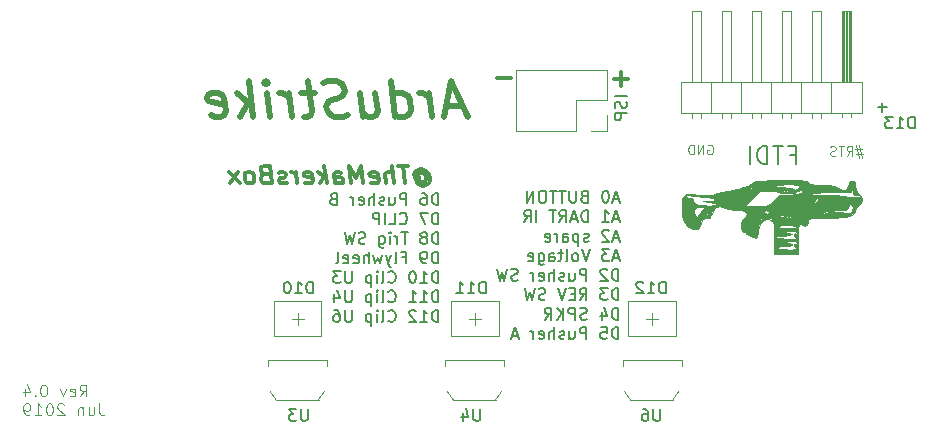
<source format=gbo>
G04 #@! TF.FileFunction,Legend,Bot*
%FSLAX46Y46*%
G04 Gerber Fmt 4.6, Leading zero omitted, Abs format (unit mm)*
G04 Created by KiCad (PCBNEW 4.0.6) date 06/26/19 10:16:45*
%MOMM*%
%LPD*%
G01*
G04 APERTURE LIST*
%ADD10C,0.100000*%
%ADD11C,0.300000*%
%ADD12C,0.150000*%
%ADD13C,0.200000*%
%ADD14C,0.500000*%
%ADD15C,0.120000*%
%ADD16C,0.010000*%
G04 APERTURE END LIST*
D10*
D11*
X174053428Y-93960143D02*
X172910571Y-93960143D01*
X183959428Y-94087143D02*
X182816571Y-94087143D01*
X183388000Y-94658571D02*
X183388000Y-93515714D01*
D10*
X203771333Y-100031571D02*
X203199904Y-100031571D01*
X203542762Y-99688714D02*
X203771333Y-100717286D01*
X203276095Y-100374429D02*
X203847524Y-100374429D01*
X203504666Y-100717286D02*
X203276095Y-99688714D01*
X202476095Y-100564905D02*
X202742762Y-100183952D01*
X202933238Y-100564905D02*
X202933238Y-99764905D01*
X202628476Y-99764905D01*
X202552285Y-99803000D01*
X202514190Y-99841095D01*
X202476095Y-99917286D01*
X202476095Y-100031571D01*
X202514190Y-100107762D01*
X202552285Y-100145857D01*
X202628476Y-100183952D01*
X202933238Y-100183952D01*
X202247524Y-99764905D02*
X201790381Y-99764905D01*
X202018952Y-100564905D02*
X202018952Y-99764905D01*
X201561809Y-100526810D02*
X201447523Y-100564905D01*
X201257047Y-100564905D01*
X201180857Y-100526810D01*
X201142761Y-100488714D01*
X201104666Y-100412524D01*
X201104666Y-100336333D01*
X201142761Y-100260143D01*
X201180857Y-100222048D01*
X201257047Y-100183952D01*
X201409428Y-100145857D01*
X201485619Y-100107762D01*
X201523714Y-100069667D01*
X201561809Y-99993476D01*
X201561809Y-99917286D01*
X201523714Y-99841095D01*
X201485619Y-99803000D01*
X201409428Y-99764905D01*
X201218952Y-99764905D01*
X201104666Y-99803000D01*
D12*
X167909905Y-104722381D02*
X167909905Y-103722381D01*
X167671810Y-103722381D01*
X167528952Y-103770000D01*
X167433714Y-103865238D01*
X167386095Y-103960476D01*
X167338476Y-104150952D01*
X167338476Y-104293810D01*
X167386095Y-104484286D01*
X167433714Y-104579524D01*
X167528952Y-104674762D01*
X167671810Y-104722381D01*
X167909905Y-104722381D01*
X166481333Y-103722381D02*
X166671810Y-103722381D01*
X166767048Y-103770000D01*
X166814667Y-103817619D01*
X166909905Y-103960476D01*
X166957524Y-104150952D01*
X166957524Y-104531905D01*
X166909905Y-104627143D01*
X166862286Y-104674762D01*
X166767048Y-104722381D01*
X166576571Y-104722381D01*
X166481333Y-104674762D01*
X166433714Y-104627143D01*
X166386095Y-104531905D01*
X166386095Y-104293810D01*
X166433714Y-104198571D01*
X166481333Y-104150952D01*
X166576571Y-104103333D01*
X166767048Y-104103333D01*
X166862286Y-104150952D01*
X166909905Y-104198571D01*
X166957524Y-104293810D01*
X165195619Y-104722381D02*
X165195619Y-103722381D01*
X164814666Y-103722381D01*
X164719428Y-103770000D01*
X164671809Y-103817619D01*
X164624190Y-103912857D01*
X164624190Y-104055714D01*
X164671809Y-104150952D01*
X164719428Y-104198571D01*
X164814666Y-104246190D01*
X165195619Y-104246190D01*
X163767047Y-104055714D02*
X163767047Y-104722381D01*
X164195619Y-104055714D02*
X164195619Y-104579524D01*
X164148000Y-104674762D01*
X164052762Y-104722381D01*
X163909904Y-104722381D01*
X163814666Y-104674762D01*
X163767047Y-104627143D01*
X163338476Y-104674762D02*
X163243238Y-104722381D01*
X163052762Y-104722381D01*
X162957523Y-104674762D01*
X162909904Y-104579524D01*
X162909904Y-104531905D01*
X162957523Y-104436667D01*
X163052762Y-104389048D01*
X163195619Y-104389048D01*
X163290857Y-104341429D01*
X163338476Y-104246190D01*
X163338476Y-104198571D01*
X163290857Y-104103333D01*
X163195619Y-104055714D01*
X163052762Y-104055714D01*
X162957523Y-104103333D01*
X162481333Y-104722381D02*
X162481333Y-103722381D01*
X162052761Y-104722381D02*
X162052761Y-104198571D01*
X162100380Y-104103333D01*
X162195618Y-104055714D01*
X162338476Y-104055714D01*
X162433714Y-104103333D01*
X162481333Y-104150952D01*
X161195618Y-104674762D02*
X161290856Y-104722381D01*
X161481333Y-104722381D01*
X161576571Y-104674762D01*
X161624190Y-104579524D01*
X161624190Y-104198571D01*
X161576571Y-104103333D01*
X161481333Y-104055714D01*
X161290856Y-104055714D01*
X161195618Y-104103333D01*
X161147999Y-104198571D01*
X161147999Y-104293810D01*
X161624190Y-104389048D01*
X160719428Y-104722381D02*
X160719428Y-104055714D01*
X160719428Y-104246190D02*
X160671809Y-104150952D01*
X160624190Y-104103333D01*
X160528952Y-104055714D01*
X160433713Y-104055714D01*
X159005141Y-104198571D02*
X158862284Y-104246190D01*
X158814665Y-104293810D01*
X158767046Y-104389048D01*
X158767046Y-104531905D01*
X158814665Y-104627143D01*
X158862284Y-104674762D01*
X158957522Y-104722381D01*
X159338475Y-104722381D01*
X159338475Y-103722381D01*
X159005141Y-103722381D01*
X158909903Y-103770000D01*
X158862284Y-103817619D01*
X158814665Y-103912857D01*
X158814665Y-104008095D01*
X158862284Y-104103333D01*
X158909903Y-104150952D01*
X159005141Y-104198571D01*
X159338475Y-104198571D01*
X167909905Y-106372381D02*
X167909905Y-105372381D01*
X167671810Y-105372381D01*
X167528952Y-105420000D01*
X167433714Y-105515238D01*
X167386095Y-105610476D01*
X167338476Y-105800952D01*
X167338476Y-105943810D01*
X167386095Y-106134286D01*
X167433714Y-106229524D01*
X167528952Y-106324762D01*
X167671810Y-106372381D01*
X167909905Y-106372381D01*
X167005143Y-105372381D02*
X166338476Y-105372381D01*
X166767048Y-106372381D01*
X164624190Y-106277143D02*
X164671809Y-106324762D01*
X164814666Y-106372381D01*
X164909904Y-106372381D01*
X165052762Y-106324762D01*
X165148000Y-106229524D01*
X165195619Y-106134286D01*
X165243238Y-105943810D01*
X165243238Y-105800952D01*
X165195619Y-105610476D01*
X165148000Y-105515238D01*
X165052762Y-105420000D01*
X164909904Y-105372381D01*
X164814666Y-105372381D01*
X164671809Y-105420000D01*
X164624190Y-105467619D01*
X163719428Y-106372381D02*
X164195619Y-106372381D01*
X164195619Y-105372381D01*
X163386095Y-106372381D02*
X163386095Y-105372381D01*
X162909905Y-106372381D02*
X162909905Y-105372381D01*
X162528952Y-105372381D01*
X162433714Y-105420000D01*
X162386095Y-105467619D01*
X162338476Y-105562857D01*
X162338476Y-105705714D01*
X162386095Y-105800952D01*
X162433714Y-105848571D01*
X162528952Y-105896190D01*
X162909905Y-105896190D01*
X167909905Y-108022381D02*
X167909905Y-107022381D01*
X167671810Y-107022381D01*
X167528952Y-107070000D01*
X167433714Y-107165238D01*
X167386095Y-107260476D01*
X167338476Y-107450952D01*
X167338476Y-107593810D01*
X167386095Y-107784286D01*
X167433714Y-107879524D01*
X167528952Y-107974762D01*
X167671810Y-108022381D01*
X167909905Y-108022381D01*
X166767048Y-107450952D02*
X166862286Y-107403333D01*
X166909905Y-107355714D01*
X166957524Y-107260476D01*
X166957524Y-107212857D01*
X166909905Y-107117619D01*
X166862286Y-107070000D01*
X166767048Y-107022381D01*
X166576571Y-107022381D01*
X166481333Y-107070000D01*
X166433714Y-107117619D01*
X166386095Y-107212857D01*
X166386095Y-107260476D01*
X166433714Y-107355714D01*
X166481333Y-107403333D01*
X166576571Y-107450952D01*
X166767048Y-107450952D01*
X166862286Y-107498571D01*
X166909905Y-107546190D01*
X166957524Y-107641429D01*
X166957524Y-107831905D01*
X166909905Y-107927143D01*
X166862286Y-107974762D01*
X166767048Y-108022381D01*
X166576571Y-108022381D01*
X166481333Y-107974762D01*
X166433714Y-107927143D01*
X166386095Y-107831905D01*
X166386095Y-107641429D01*
X166433714Y-107546190D01*
X166481333Y-107498571D01*
X166576571Y-107450952D01*
X165338476Y-107022381D02*
X164767047Y-107022381D01*
X165052762Y-108022381D02*
X165052762Y-107022381D01*
X164433714Y-108022381D02*
X164433714Y-107355714D01*
X164433714Y-107546190D02*
X164386095Y-107450952D01*
X164338476Y-107403333D01*
X164243238Y-107355714D01*
X164147999Y-107355714D01*
X163814666Y-108022381D02*
X163814666Y-107355714D01*
X163814666Y-107022381D02*
X163862285Y-107070000D01*
X163814666Y-107117619D01*
X163767047Y-107070000D01*
X163814666Y-107022381D01*
X163814666Y-107117619D01*
X162909904Y-107355714D02*
X162909904Y-108165238D01*
X162957523Y-108260476D01*
X163005142Y-108308095D01*
X163100381Y-108355714D01*
X163243238Y-108355714D01*
X163338476Y-108308095D01*
X162909904Y-107974762D02*
X163005142Y-108022381D01*
X163195619Y-108022381D01*
X163290857Y-107974762D01*
X163338476Y-107927143D01*
X163386095Y-107831905D01*
X163386095Y-107546190D01*
X163338476Y-107450952D01*
X163290857Y-107403333D01*
X163195619Y-107355714D01*
X163005142Y-107355714D01*
X162909904Y-107403333D01*
X161719428Y-107974762D02*
X161576571Y-108022381D01*
X161338475Y-108022381D01*
X161243237Y-107974762D01*
X161195618Y-107927143D01*
X161147999Y-107831905D01*
X161147999Y-107736667D01*
X161195618Y-107641429D01*
X161243237Y-107593810D01*
X161338475Y-107546190D01*
X161528952Y-107498571D01*
X161624190Y-107450952D01*
X161671809Y-107403333D01*
X161719428Y-107308095D01*
X161719428Y-107212857D01*
X161671809Y-107117619D01*
X161624190Y-107070000D01*
X161528952Y-107022381D01*
X161290856Y-107022381D01*
X161147999Y-107070000D01*
X160814666Y-107022381D02*
X160576571Y-108022381D01*
X160386094Y-107308095D01*
X160195618Y-108022381D01*
X159957523Y-107022381D01*
X167909905Y-109672381D02*
X167909905Y-108672381D01*
X167671810Y-108672381D01*
X167528952Y-108720000D01*
X167433714Y-108815238D01*
X167386095Y-108910476D01*
X167338476Y-109100952D01*
X167338476Y-109243810D01*
X167386095Y-109434286D01*
X167433714Y-109529524D01*
X167528952Y-109624762D01*
X167671810Y-109672381D01*
X167909905Y-109672381D01*
X166862286Y-109672381D02*
X166671810Y-109672381D01*
X166576571Y-109624762D01*
X166528952Y-109577143D01*
X166433714Y-109434286D01*
X166386095Y-109243810D01*
X166386095Y-108862857D01*
X166433714Y-108767619D01*
X166481333Y-108720000D01*
X166576571Y-108672381D01*
X166767048Y-108672381D01*
X166862286Y-108720000D01*
X166909905Y-108767619D01*
X166957524Y-108862857D01*
X166957524Y-109100952D01*
X166909905Y-109196190D01*
X166862286Y-109243810D01*
X166767048Y-109291429D01*
X166576571Y-109291429D01*
X166481333Y-109243810D01*
X166433714Y-109196190D01*
X166386095Y-109100952D01*
X164862285Y-109148571D02*
X165195619Y-109148571D01*
X165195619Y-109672381D02*
X165195619Y-108672381D01*
X164719428Y-108672381D01*
X164195619Y-109672381D02*
X164290857Y-109624762D01*
X164338476Y-109529524D01*
X164338476Y-108672381D01*
X163909904Y-109005714D02*
X163671809Y-109672381D01*
X163433713Y-109005714D02*
X163671809Y-109672381D01*
X163767047Y-109910476D01*
X163814666Y-109958095D01*
X163909904Y-110005714D01*
X163147999Y-109005714D02*
X162957523Y-109672381D01*
X162767046Y-109196190D01*
X162576570Y-109672381D01*
X162386094Y-109005714D01*
X162005142Y-109672381D02*
X162005142Y-108672381D01*
X161576570Y-109672381D02*
X161576570Y-109148571D01*
X161624189Y-109053333D01*
X161719427Y-109005714D01*
X161862285Y-109005714D01*
X161957523Y-109053333D01*
X162005142Y-109100952D01*
X160719427Y-109624762D02*
X160814665Y-109672381D01*
X161005142Y-109672381D01*
X161100380Y-109624762D01*
X161147999Y-109529524D01*
X161147999Y-109148571D01*
X161100380Y-109053333D01*
X161005142Y-109005714D01*
X160814665Y-109005714D01*
X160719427Y-109053333D01*
X160671808Y-109148571D01*
X160671808Y-109243810D01*
X161147999Y-109339048D01*
X159862284Y-109624762D02*
X159957522Y-109672381D01*
X160147999Y-109672381D01*
X160243237Y-109624762D01*
X160290856Y-109529524D01*
X160290856Y-109148571D01*
X160243237Y-109053333D01*
X160147999Y-109005714D01*
X159957522Y-109005714D01*
X159862284Y-109053333D01*
X159814665Y-109148571D01*
X159814665Y-109243810D01*
X160290856Y-109339048D01*
X159243237Y-109672381D02*
X159338475Y-109624762D01*
X159386094Y-109529524D01*
X159386094Y-108672381D01*
X167909905Y-111322381D02*
X167909905Y-110322381D01*
X167671810Y-110322381D01*
X167528952Y-110370000D01*
X167433714Y-110465238D01*
X167386095Y-110560476D01*
X167338476Y-110750952D01*
X167338476Y-110893810D01*
X167386095Y-111084286D01*
X167433714Y-111179524D01*
X167528952Y-111274762D01*
X167671810Y-111322381D01*
X167909905Y-111322381D01*
X166386095Y-111322381D02*
X166957524Y-111322381D01*
X166671810Y-111322381D02*
X166671810Y-110322381D01*
X166767048Y-110465238D01*
X166862286Y-110560476D01*
X166957524Y-110608095D01*
X165767048Y-110322381D02*
X165671809Y-110322381D01*
X165576571Y-110370000D01*
X165528952Y-110417619D01*
X165481333Y-110512857D01*
X165433714Y-110703333D01*
X165433714Y-110941429D01*
X165481333Y-111131905D01*
X165528952Y-111227143D01*
X165576571Y-111274762D01*
X165671809Y-111322381D01*
X165767048Y-111322381D01*
X165862286Y-111274762D01*
X165909905Y-111227143D01*
X165957524Y-111131905D01*
X166005143Y-110941429D01*
X166005143Y-110703333D01*
X165957524Y-110512857D01*
X165909905Y-110417619D01*
X165862286Y-110370000D01*
X165767048Y-110322381D01*
X163671809Y-111227143D02*
X163719428Y-111274762D01*
X163862285Y-111322381D01*
X163957523Y-111322381D01*
X164100381Y-111274762D01*
X164195619Y-111179524D01*
X164243238Y-111084286D01*
X164290857Y-110893810D01*
X164290857Y-110750952D01*
X164243238Y-110560476D01*
X164195619Y-110465238D01*
X164100381Y-110370000D01*
X163957523Y-110322381D01*
X163862285Y-110322381D01*
X163719428Y-110370000D01*
X163671809Y-110417619D01*
X163100381Y-111322381D02*
X163195619Y-111274762D01*
X163243238Y-111179524D01*
X163243238Y-110322381D01*
X162719428Y-111322381D02*
X162719428Y-110655714D01*
X162719428Y-110322381D02*
X162767047Y-110370000D01*
X162719428Y-110417619D01*
X162671809Y-110370000D01*
X162719428Y-110322381D01*
X162719428Y-110417619D01*
X162243238Y-110655714D02*
X162243238Y-111655714D01*
X162243238Y-110703333D02*
X162148000Y-110655714D01*
X161957523Y-110655714D01*
X161862285Y-110703333D01*
X161814666Y-110750952D01*
X161767047Y-110846190D01*
X161767047Y-111131905D01*
X161814666Y-111227143D01*
X161862285Y-111274762D01*
X161957523Y-111322381D01*
X162148000Y-111322381D01*
X162243238Y-111274762D01*
X160576571Y-110322381D02*
X160576571Y-111131905D01*
X160528952Y-111227143D01*
X160481333Y-111274762D01*
X160386095Y-111322381D01*
X160195618Y-111322381D01*
X160100380Y-111274762D01*
X160052761Y-111227143D01*
X160005142Y-111131905D01*
X160005142Y-110322381D01*
X159624190Y-110322381D02*
X159005142Y-110322381D01*
X159338476Y-110703333D01*
X159195618Y-110703333D01*
X159100380Y-110750952D01*
X159052761Y-110798571D01*
X159005142Y-110893810D01*
X159005142Y-111131905D01*
X159052761Y-111227143D01*
X159100380Y-111274762D01*
X159195618Y-111322381D01*
X159481333Y-111322381D01*
X159576571Y-111274762D01*
X159624190Y-111227143D01*
X167909905Y-112972381D02*
X167909905Y-111972381D01*
X167671810Y-111972381D01*
X167528952Y-112020000D01*
X167433714Y-112115238D01*
X167386095Y-112210476D01*
X167338476Y-112400952D01*
X167338476Y-112543810D01*
X167386095Y-112734286D01*
X167433714Y-112829524D01*
X167528952Y-112924762D01*
X167671810Y-112972381D01*
X167909905Y-112972381D01*
X166386095Y-112972381D02*
X166957524Y-112972381D01*
X166671810Y-112972381D02*
X166671810Y-111972381D01*
X166767048Y-112115238D01*
X166862286Y-112210476D01*
X166957524Y-112258095D01*
X165433714Y-112972381D02*
X166005143Y-112972381D01*
X165719429Y-112972381D02*
X165719429Y-111972381D01*
X165814667Y-112115238D01*
X165909905Y-112210476D01*
X166005143Y-112258095D01*
X163671809Y-112877143D02*
X163719428Y-112924762D01*
X163862285Y-112972381D01*
X163957523Y-112972381D01*
X164100381Y-112924762D01*
X164195619Y-112829524D01*
X164243238Y-112734286D01*
X164290857Y-112543810D01*
X164290857Y-112400952D01*
X164243238Y-112210476D01*
X164195619Y-112115238D01*
X164100381Y-112020000D01*
X163957523Y-111972381D01*
X163862285Y-111972381D01*
X163719428Y-112020000D01*
X163671809Y-112067619D01*
X163100381Y-112972381D02*
X163195619Y-112924762D01*
X163243238Y-112829524D01*
X163243238Y-111972381D01*
X162719428Y-112972381D02*
X162719428Y-112305714D01*
X162719428Y-111972381D02*
X162767047Y-112020000D01*
X162719428Y-112067619D01*
X162671809Y-112020000D01*
X162719428Y-111972381D01*
X162719428Y-112067619D01*
X162243238Y-112305714D02*
X162243238Y-113305714D01*
X162243238Y-112353333D02*
X162148000Y-112305714D01*
X161957523Y-112305714D01*
X161862285Y-112353333D01*
X161814666Y-112400952D01*
X161767047Y-112496190D01*
X161767047Y-112781905D01*
X161814666Y-112877143D01*
X161862285Y-112924762D01*
X161957523Y-112972381D01*
X162148000Y-112972381D01*
X162243238Y-112924762D01*
X160576571Y-111972381D02*
X160576571Y-112781905D01*
X160528952Y-112877143D01*
X160481333Y-112924762D01*
X160386095Y-112972381D01*
X160195618Y-112972381D01*
X160100380Y-112924762D01*
X160052761Y-112877143D01*
X160005142Y-112781905D01*
X160005142Y-111972381D01*
X159100380Y-112305714D02*
X159100380Y-112972381D01*
X159338476Y-111924762D02*
X159576571Y-112639048D01*
X158957523Y-112639048D01*
X167909905Y-114622381D02*
X167909905Y-113622381D01*
X167671810Y-113622381D01*
X167528952Y-113670000D01*
X167433714Y-113765238D01*
X167386095Y-113860476D01*
X167338476Y-114050952D01*
X167338476Y-114193810D01*
X167386095Y-114384286D01*
X167433714Y-114479524D01*
X167528952Y-114574762D01*
X167671810Y-114622381D01*
X167909905Y-114622381D01*
X166386095Y-114622381D02*
X166957524Y-114622381D01*
X166671810Y-114622381D02*
X166671810Y-113622381D01*
X166767048Y-113765238D01*
X166862286Y-113860476D01*
X166957524Y-113908095D01*
X166005143Y-113717619D02*
X165957524Y-113670000D01*
X165862286Y-113622381D01*
X165624190Y-113622381D01*
X165528952Y-113670000D01*
X165481333Y-113717619D01*
X165433714Y-113812857D01*
X165433714Y-113908095D01*
X165481333Y-114050952D01*
X166052762Y-114622381D01*
X165433714Y-114622381D01*
X163671809Y-114527143D02*
X163719428Y-114574762D01*
X163862285Y-114622381D01*
X163957523Y-114622381D01*
X164100381Y-114574762D01*
X164195619Y-114479524D01*
X164243238Y-114384286D01*
X164290857Y-114193810D01*
X164290857Y-114050952D01*
X164243238Y-113860476D01*
X164195619Y-113765238D01*
X164100381Y-113670000D01*
X163957523Y-113622381D01*
X163862285Y-113622381D01*
X163719428Y-113670000D01*
X163671809Y-113717619D01*
X163100381Y-114622381D02*
X163195619Y-114574762D01*
X163243238Y-114479524D01*
X163243238Y-113622381D01*
X162719428Y-114622381D02*
X162719428Y-113955714D01*
X162719428Y-113622381D02*
X162767047Y-113670000D01*
X162719428Y-113717619D01*
X162671809Y-113670000D01*
X162719428Y-113622381D01*
X162719428Y-113717619D01*
X162243238Y-113955714D02*
X162243238Y-114955714D01*
X162243238Y-114003333D02*
X162148000Y-113955714D01*
X161957523Y-113955714D01*
X161862285Y-114003333D01*
X161814666Y-114050952D01*
X161767047Y-114146190D01*
X161767047Y-114431905D01*
X161814666Y-114527143D01*
X161862285Y-114574762D01*
X161957523Y-114622381D01*
X162148000Y-114622381D01*
X162243238Y-114574762D01*
X160576571Y-113622381D02*
X160576571Y-114431905D01*
X160528952Y-114527143D01*
X160481333Y-114574762D01*
X160386095Y-114622381D01*
X160195618Y-114622381D01*
X160100380Y-114574762D01*
X160052761Y-114527143D01*
X160005142Y-114431905D01*
X160005142Y-113622381D01*
X159100380Y-113622381D02*
X159290857Y-113622381D01*
X159386095Y-113670000D01*
X159433714Y-113717619D01*
X159528952Y-113860476D01*
X159576571Y-114050952D01*
X159576571Y-114431905D01*
X159528952Y-114527143D01*
X159481333Y-114574762D01*
X159386095Y-114622381D01*
X159195618Y-114622381D01*
X159100380Y-114574762D01*
X159052761Y-114527143D01*
X159005142Y-114431905D01*
X159005142Y-114193810D01*
X159052761Y-114098571D01*
X159100380Y-114050952D01*
X159195618Y-114003333D01*
X159386095Y-114003333D01*
X159481333Y-114050952D01*
X159528952Y-114098571D01*
X159576571Y-114193810D01*
D13*
X205866952Y-96464429D02*
X205105047Y-96464429D01*
X205485999Y-96845381D02*
X205485999Y-96083476D01*
D12*
X208224286Y-98242381D02*
X208224286Y-97242381D01*
X207986191Y-97242381D01*
X207843333Y-97290000D01*
X207748095Y-97385238D01*
X207700476Y-97480476D01*
X207652857Y-97670952D01*
X207652857Y-97813810D01*
X207700476Y-98004286D01*
X207748095Y-98099524D01*
X207843333Y-98194762D01*
X207986191Y-98242381D01*
X208224286Y-98242381D01*
X206700476Y-98242381D02*
X207271905Y-98242381D01*
X206986191Y-98242381D02*
X206986191Y-97242381D01*
X207081429Y-97385238D01*
X207176667Y-97480476D01*
X207271905Y-97528095D01*
X206367143Y-97242381D02*
X205748095Y-97242381D01*
X206081429Y-97623333D01*
X205938571Y-97623333D01*
X205843333Y-97670952D01*
X205795714Y-97718571D01*
X205748095Y-97813810D01*
X205748095Y-98051905D01*
X205795714Y-98147143D01*
X205843333Y-98194762D01*
X205938571Y-98242381D01*
X206224286Y-98242381D01*
X206319524Y-98194762D01*
X206367143Y-98147143D01*
X187142286Y-112212381D02*
X187142286Y-111212381D01*
X186904191Y-111212381D01*
X186761333Y-111260000D01*
X186666095Y-111355238D01*
X186618476Y-111450476D01*
X186570857Y-111640952D01*
X186570857Y-111783810D01*
X186618476Y-111974286D01*
X186666095Y-112069524D01*
X186761333Y-112164762D01*
X186904191Y-112212381D01*
X187142286Y-112212381D01*
X185618476Y-112212381D02*
X186189905Y-112212381D01*
X185904191Y-112212381D02*
X185904191Y-111212381D01*
X185999429Y-111355238D01*
X186094667Y-111450476D01*
X186189905Y-111498095D01*
X185237524Y-111307619D02*
X185189905Y-111260000D01*
X185094667Y-111212381D01*
X184856571Y-111212381D01*
X184761333Y-111260000D01*
X184713714Y-111307619D01*
X184666095Y-111402857D01*
X184666095Y-111498095D01*
X184713714Y-111640952D01*
X185285143Y-112212381D01*
X184666095Y-112212381D01*
X171902286Y-112212381D02*
X171902286Y-111212381D01*
X171664191Y-111212381D01*
X171521333Y-111260000D01*
X171426095Y-111355238D01*
X171378476Y-111450476D01*
X171330857Y-111640952D01*
X171330857Y-111783810D01*
X171378476Y-111974286D01*
X171426095Y-112069524D01*
X171521333Y-112164762D01*
X171664191Y-112212381D01*
X171902286Y-112212381D01*
X170378476Y-112212381D02*
X170949905Y-112212381D01*
X170664191Y-112212381D02*
X170664191Y-111212381D01*
X170759429Y-111355238D01*
X170854667Y-111450476D01*
X170949905Y-111498095D01*
X169426095Y-112212381D02*
X169997524Y-112212381D01*
X169711810Y-112212381D02*
X169711810Y-111212381D01*
X169807048Y-111355238D01*
X169902286Y-111450476D01*
X169997524Y-111498095D01*
X157297286Y-112212381D02*
X157297286Y-111212381D01*
X157059191Y-111212381D01*
X156916333Y-111260000D01*
X156821095Y-111355238D01*
X156773476Y-111450476D01*
X156725857Y-111640952D01*
X156725857Y-111783810D01*
X156773476Y-111974286D01*
X156821095Y-112069524D01*
X156916333Y-112164762D01*
X157059191Y-112212381D01*
X157297286Y-112212381D01*
X155773476Y-112212381D02*
X156344905Y-112212381D01*
X156059191Y-112212381D02*
X156059191Y-111212381D01*
X156154429Y-111355238D01*
X156249667Y-111450476D01*
X156344905Y-111498095D01*
X155154429Y-111212381D02*
X155059190Y-111212381D01*
X154963952Y-111260000D01*
X154916333Y-111307619D01*
X154868714Y-111402857D01*
X154821095Y-111593333D01*
X154821095Y-111831429D01*
X154868714Y-112021905D01*
X154916333Y-112117143D01*
X154963952Y-112164762D01*
X155059190Y-112212381D01*
X155154429Y-112212381D01*
X155249667Y-112164762D01*
X155297286Y-112117143D01*
X155344905Y-112021905D01*
X155392524Y-111831429D01*
X155392524Y-111593333D01*
X155344905Y-111402857D01*
X155297286Y-111307619D01*
X155249667Y-111260000D01*
X155154429Y-111212381D01*
X183197524Y-104246667D02*
X182721333Y-104246667D01*
X183292762Y-104532381D02*
X182959429Y-103532381D01*
X182626095Y-104532381D01*
X182102286Y-103532381D02*
X182007047Y-103532381D01*
X181911809Y-103580000D01*
X181864190Y-103627619D01*
X181816571Y-103722857D01*
X181768952Y-103913333D01*
X181768952Y-104151429D01*
X181816571Y-104341905D01*
X181864190Y-104437143D01*
X181911809Y-104484762D01*
X182007047Y-104532381D01*
X182102286Y-104532381D01*
X182197524Y-104484762D01*
X182245143Y-104437143D01*
X182292762Y-104341905D01*
X182340381Y-104151429D01*
X182340381Y-103913333D01*
X182292762Y-103722857D01*
X182245143Y-103627619D01*
X182197524Y-103580000D01*
X182102286Y-103532381D01*
X180245142Y-104008571D02*
X180102285Y-104056190D01*
X180054666Y-104103810D01*
X180007047Y-104199048D01*
X180007047Y-104341905D01*
X180054666Y-104437143D01*
X180102285Y-104484762D01*
X180197523Y-104532381D01*
X180578476Y-104532381D01*
X180578476Y-103532381D01*
X180245142Y-103532381D01*
X180149904Y-103580000D01*
X180102285Y-103627619D01*
X180054666Y-103722857D01*
X180054666Y-103818095D01*
X180102285Y-103913333D01*
X180149904Y-103960952D01*
X180245142Y-104008571D01*
X180578476Y-104008571D01*
X179578476Y-103532381D02*
X179578476Y-104341905D01*
X179530857Y-104437143D01*
X179483238Y-104484762D01*
X179388000Y-104532381D01*
X179197523Y-104532381D01*
X179102285Y-104484762D01*
X179054666Y-104437143D01*
X179007047Y-104341905D01*
X179007047Y-103532381D01*
X178673714Y-103532381D02*
X178102285Y-103532381D01*
X178388000Y-104532381D02*
X178388000Y-103532381D01*
X177911809Y-103532381D02*
X177340380Y-103532381D01*
X177626095Y-104532381D02*
X177626095Y-103532381D01*
X176816571Y-103532381D02*
X176626094Y-103532381D01*
X176530856Y-103580000D01*
X176435618Y-103675238D01*
X176387999Y-103865714D01*
X176387999Y-104199048D01*
X176435618Y-104389524D01*
X176530856Y-104484762D01*
X176626094Y-104532381D01*
X176816571Y-104532381D01*
X176911809Y-104484762D01*
X177007047Y-104389524D01*
X177054666Y-104199048D01*
X177054666Y-103865714D01*
X177007047Y-103675238D01*
X176911809Y-103580000D01*
X176816571Y-103532381D01*
X175959428Y-104532381D02*
X175959428Y-103532381D01*
X175387999Y-104532381D01*
X175387999Y-103532381D01*
X183197524Y-105896667D02*
X182721333Y-105896667D01*
X183292762Y-106182381D02*
X182959429Y-105182381D01*
X182626095Y-106182381D01*
X181768952Y-106182381D02*
X182340381Y-106182381D01*
X182054667Y-106182381D02*
X182054667Y-105182381D01*
X182149905Y-105325238D01*
X182245143Y-105420476D01*
X182340381Y-105468095D01*
X180578476Y-106182381D02*
X180578476Y-105182381D01*
X180340381Y-105182381D01*
X180197523Y-105230000D01*
X180102285Y-105325238D01*
X180054666Y-105420476D01*
X180007047Y-105610952D01*
X180007047Y-105753810D01*
X180054666Y-105944286D01*
X180102285Y-106039524D01*
X180197523Y-106134762D01*
X180340381Y-106182381D01*
X180578476Y-106182381D01*
X179626095Y-105896667D02*
X179149904Y-105896667D01*
X179721333Y-106182381D02*
X179388000Y-105182381D01*
X179054666Y-106182381D01*
X178149904Y-106182381D02*
X178483238Y-105706190D01*
X178721333Y-106182381D02*
X178721333Y-105182381D01*
X178340380Y-105182381D01*
X178245142Y-105230000D01*
X178197523Y-105277619D01*
X178149904Y-105372857D01*
X178149904Y-105515714D01*
X178197523Y-105610952D01*
X178245142Y-105658571D01*
X178340380Y-105706190D01*
X178721333Y-105706190D01*
X177864190Y-105182381D02*
X177292761Y-105182381D01*
X177578476Y-106182381D02*
X177578476Y-105182381D01*
X176197523Y-106182381D02*
X176197523Y-105182381D01*
X175149904Y-106182381D02*
X175483238Y-105706190D01*
X175721333Y-106182381D02*
X175721333Y-105182381D01*
X175340380Y-105182381D01*
X175245142Y-105230000D01*
X175197523Y-105277619D01*
X175149904Y-105372857D01*
X175149904Y-105515714D01*
X175197523Y-105610952D01*
X175245142Y-105658571D01*
X175340380Y-105706190D01*
X175721333Y-105706190D01*
X183197524Y-107546667D02*
X182721333Y-107546667D01*
X183292762Y-107832381D02*
X182959429Y-106832381D01*
X182626095Y-107832381D01*
X182340381Y-106927619D02*
X182292762Y-106880000D01*
X182197524Y-106832381D01*
X181959428Y-106832381D01*
X181864190Y-106880000D01*
X181816571Y-106927619D01*
X181768952Y-107022857D01*
X181768952Y-107118095D01*
X181816571Y-107260952D01*
X182388000Y-107832381D01*
X181768952Y-107832381D01*
X180626095Y-107784762D02*
X180530857Y-107832381D01*
X180340381Y-107832381D01*
X180245142Y-107784762D01*
X180197523Y-107689524D01*
X180197523Y-107641905D01*
X180245142Y-107546667D01*
X180340381Y-107499048D01*
X180483238Y-107499048D01*
X180578476Y-107451429D01*
X180626095Y-107356190D01*
X180626095Y-107308571D01*
X180578476Y-107213333D01*
X180483238Y-107165714D01*
X180340381Y-107165714D01*
X180245142Y-107213333D01*
X179768952Y-107165714D02*
X179768952Y-108165714D01*
X179768952Y-107213333D02*
X179673714Y-107165714D01*
X179483237Y-107165714D01*
X179387999Y-107213333D01*
X179340380Y-107260952D01*
X179292761Y-107356190D01*
X179292761Y-107641905D01*
X179340380Y-107737143D01*
X179387999Y-107784762D01*
X179483237Y-107832381D01*
X179673714Y-107832381D01*
X179768952Y-107784762D01*
X178435618Y-107832381D02*
X178435618Y-107308571D01*
X178483237Y-107213333D01*
X178578475Y-107165714D01*
X178768952Y-107165714D01*
X178864190Y-107213333D01*
X178435618Y-107784762D02*
X178530856Y-107832381D01*
X178768952Y-107832381D01*
X178864190Y-107784762D01*
X178911809Y-107689524D01*
X178911809Y-107594286D01*
X178864190Y-107499048D01*
X178768952Y-107451429D01*
X178530856Y-107451429D01*
X178435618Y-107403810D01*
X177959428Y-107832381D02*
X177959428Y-107165714D01*
X177959428Y-107356190D02*
X177911809Y-107260952D01*
X177864190Y-107213333D01*
X177768952Y-107165714D01*
X177673713Y-107165714D01*
X176959427Y-107784762D02*
X177054665Y-107832381D01*
X177245142Y-107832381D01*
X177340380Y-107784762D01*
X177387999Y-107689524D01*
X177387999Y-107308571D01*
X177340380Y-107213333D01*
X177245142Y-107165714D01*
X177054665Y-107165714D01*
X176959427Y-107213333D01*
X176911808Y-107308571D01*
X176911808Y-107403810D01*
X177387999Y-107499048D01*
X183197524Y-109196667D02*
X182721333Y-109196667D01*
X183292762Y-109482381D02*
X182959429Y-108482381D01*
X182626095Y-109482381D01*
X182388000Y-108482381D02*
X181768952Y-108482381D01*
X182102286Y-108863333D01*
X181959428Y-108863333D01*
X181864190Y-108910952D01*
X181816571Y-108958571D01*
X181768952Y-109053810D01*
X181768952Y-109291905D01*
X181816571Y-109387143D01*
X181864190Y-109434762D01*
X181959428Y-109482381D01*
X182245143Y-109482381D01*
X182340381Y-109434762D01*
X182388000Y-109387143D01*
X180721333Y-108482381D02*
X180388000Y-109482381D01*
X180054666Y-108482381D01*
X179578476Y-109482381D02*
X179673714Y-109434762D01*
X179721333Y-109387143D01*
X179768952Y-109291905D01*
X179768952Y-109006190D01*
X179721333Y-108910952D01*
X179673714Y-108863333D01*
X179578476Y-108815714D01*
X179435618Y-108815714D01*
X179340380Y-108863333D01*
X179292761Y-108910952D01*
X179245142Y-109006190D01*
X179245142Y-109291905D01*
X179292761Y-109387143D01*
X179340380Y-109434762D01*
X179435618Y-109482381D01*
X179578476Y-109482381D01*
X178673714Y-109482381D02*
X178768952Y-109434762D01*
X178816571Y-109339524D01*
X178816571Y-108482381D01*
X178435618Y-108815714D02*
X178054666Y-108815714D01*
X178292761Y-108482381D02*
X178292761Y-109339524D01*
X178245142Y-109434762D01*
X178149904Y-109482381D01*
X178054666Y-109482381D01*
X177292760Y-109482381D02*
X177292760Y-108958571D01*
X177340379Y-108863333D01*
X177435617Y-108815714D01*
X177626094Y-108815714D01*
X177721332Y-108863333D01*
X177292760Y-109434762D02*
X177387998Y-109482381D01*
X177626094Y-109482381D01*
X177721332Y-109434762D01*
X177768951Y-109339524D01*
X177768951Y-109244286D01*
X177721332Y-109149048D01*
X177626094Y-109101429D01*
X177387998Y-109101429D01*
X177292760Y-109053810D01*
X176387998Y-108815714D02*
X176387998Y-109625238D01*
X176435617Y-109720476D01*
X176483236Y-109768095D01*
X176578475Y-109815714D01*
X176721332Y-109815714D01*
X176816570Y-109768095D01*
X176387998Y-109434762D02*
X176483236Y-109482381D01*
X176673713Y-109482381D01*
X176768951Y-109434762D01*
X176816570Y-109387143D01*
X176864189Y-109291905D01*
X176864189Y-109006190D01*
X176816570Y-108910952D01*
X176768951Y-108863333D01*
X176673713Y-108815714D01*
X176483236Y-108815714D01*
X176387998Y-108863333D01*
X175530855Y-109434762D02*
X175626093Y-109482381D01*
X175816570Y-109482381D01*
X175911808Y-109434762D01*
X175959427Y-109339524D01*
X175959427Y-108958571D01*
X175911808Y-108863333D01*
X175816570Y-108815714D01*
X175626093Y-108815714D01*
X175530855Y-108863333D01*
X175483236Y-108958571D01*
X175483236Y-109053810D01*
X175959427Y-109149048D01*
X183149905Y-111132381D02*
X183149905Y-110132381D01*
X182911810Y-110132381D01*
X182768952Y-110180000D01*
X182673714Y-110275238D01*
X182626095Y-110370476D01*
X182578476Y-110560952D01*
X182578476Y-110703810D01*
X182626095Y-110894286D01*
X182673714Y-110989524D01*
X182768952Y-111084762D01*
X182911810Y-111132381D01*
X183149905Y-111132381D01*
X182197524Y-110227619D02*
X182149905Y-110180000D01*
X182054667Y-110132381D01*
X181816571Y-110132381D01*
X181721333Y-110180000D01*
X181673714Y-110227619D01*
X181626095Y-110322857D01*
X181626095Y-110418095D01*
X181673714Y-110560952D01*
X182245143Y-111132381D01*
X181626095Y-111132381D01*
X180435619Y-111132381D02*
X180435619Y-110132381D01*
X180054666Y-110132381D01*
X179959428Y-110180000D01*
X179911809Y-110227619D01*
X179864190Y-110322857D01*
X179864190Y-110465714D01*
X179911809Y-110560952D01*
X179959428Y-110608571D01*
X180054666Y-110656190D01*
X180435619Y-110656190D01*
X179007047Y-110465714D02*
X179007047Y-111132381D01*
X179435619Y-110465714D02*
X179435619Y-110989524D01*
X179388000Y-111084762D01*
X179292762Y-111132381D01*
X179149904Y-111132381D01*
X179054666Y-111084762D01*
X179007047Y-111037143D01*
X178578476Y-111084762D02*
X178483238Y-111132381D01*
X178292762Y-111132381D01*
X178197523Y-111084762D01*
X178149904Y-110989524D01*
X178149904Y-110941905D01*
X178197523Y-110846667D01*
X178292762Y-110799048D01*
X178435619Y-110799048D01*
X178530857Y-110751429D01*
X178578476Y-110656190D01*
X178578476Y-110608571D01*
X178530857Y-110513333D01*
X178435619Y-110465714D01*
X178292762Y-110465714D01*
X178197523Y-110513333D01*
X177721333Y-111132381D02*
X177721333Y-110132381D01*
X177292761Y-111132381D02*
X177292761Y-110608571D01*
X177340380Y-110513333D01*
X177435618Y-110465714D01*
X177578476Y-110465714D01*
X177673714Y-110513333D01*
X177721333Y-110560952D01*
X176435618Y-111084762D02*
X176530856Y-111132381D01*
X176721333Y-111132381D01*
X176816571Y-111084762D01*
X176864190Y-110989524D01*
X176864190Y-110608571D01*
X176816571Y-110513333D01*
X176721333Y-110465714D01*
X176530856Y-110465714D01*
X176435618Y-110513333D01*
X176387999Y-110608571D01*
X176387999Y-110703810D01*
X176864190Y-110799048D01*
X175959428Y-111132381D02*
X175959428Y-110465714D01*
X175959428Y-110656190D02*
X175911809Y-110560952D01*
X175864190Y-110513333D01*
X175768952Y-110465714D01*
X175673713Y-110465714D01*
X174626094Y-111084762D02*
X174483237Y-111132381D01*
X174245141Y-111132381D01*
X174149903Y-111084762D01*
X174102284Y-111037143D01*
X174054665Y-110941905D01*
X174054665Y-110846667D01*
X174102284Y-110751429D01*
X174149903Y-110703810D01*
X174245141Y-110656190D01*
X174435618Y-110608571D01*
X174530856Y-110560952D01*
X174578475Y-110513333D01*
X174626094Y-110418095D01*
X174626094Y-110322857D01*
X174578475Y-110227619D01*
X174530856Y-110180000D01*
X174435618Y-110132381D01*
X174197522Y-110132381D01*
X174054665Y-110180000D01*
X173721332Y-110132381D02*
X173483237Y-111132381D01*
X173292760Y-110418095D01*
X173102284Y-111132381D01*
X172864189Y-110132381D01*
X183149905Y-112782381D02*
X183149905Y-111782381D01*
X182911810Y-111782381D01*
X182768952Y-111830000D01*
X182673714Y-111925238D01*
X182626095Y-112020476D01*
X182578476Y-112210952D01*
X182578476Y-112353810D01*
X182626095Y-112544286D01*
X182673714Y-112639524D01*
X182768952Y-112734762D01*
X182911810Y-112782381D01*
X183149905Y-112782381D01*
X182245143Y-111782381D02*
X181626095Y-111782381D01*
X181959429Y-112163333D01*
X181816571Y-112163333D01*
X181721333Y-112210952D01*
X181673714Y-112258571D01*
X181626095Y-112353810D01*
X181626095Y-112591905D01*
X181673714Y-112687143D01*
X181721333Y-112734762D01*
X181816571Y-112782381D01*
X182102286Y-112782381D01*
X182197524Y-112734762D01*
X182245143Y-112687143D01*
X179864190Y-112782381D02*
X180197524Y-112306190D01*
X180435619Y-112782381D02*
X180435619Y-111782381D01*
X180054666Y-111782381D01*
X179959428Y-111830000D01*
X179911809Y-111877619D01*
X179864190Y-111972857D01*
X179864190Y-112115714D01*
X179911809Y-112210952D01*
X179959428Y-112258571D01*
X180054666Y-112306190D01*
X180435619Y-112306190D01*
X179435619Y-112258571D02*
X179102285Y-112258571D01*
X178959428Y-112782381D02*
X179435619Y-112782381D01*
X179435619Y-111782381D01*
X178959428Y-111782381D01*
X178673714Y-111782381D02*
X178340381Y-112782381D01*
X178007047Y-111782381D01*
X176959428Y-112734762D02*
X176816571Y-112782381D01*
X176578475Y-112782381D01*
X176483237Y-112734762D01*
X176435618Y-112687143D01*
X176387999Y-112591905D01*
X176387999Y-112496667D01*
X176435618Y-112401429D01*
X176483237Y-112353810D01*
X176578475Y-112306190D01*
X176768952Y-112258571D01*
X176864190Y-112210952D01*
X176911809Y-112163333D01*
X176959428Y-112068095D01*
X176959428Y-111972857D01*
X176911809Y-111877619D01*
X176864190Y-111830000D01*
X176768952Y-111782381D01*
X176530856Y-111782381D01*
X176387999Y-111830000D01*
X176054666Y-111782381D02*
X175816571Y-112782381D01*
X175626094Y-112068095D01*
X175435618Y-112782381D01*
X175197523Y-111782381D01*
X183149905Y-114432381D02*
X183149905Y-113432381D01*
X182911810Y-113432381D01*
X182768952Y-113480000D01*
X182673714Y-113575238D01*
X182626095Y-113670476D01*
X182578476Y-113860952D01*
X182578476Y-114003810D01*
X182626095Y-114194286D01*
X182673714Y-114289524D01*
X182768952Y-114384762D01*
X182911810Y-114432381D01*
X183149905Y-114432381D01*
X181721333Y-113765714D02*
X181721333Y-114432381D01*
X181959429Y-113384762D02*
X182197524Y-114099048D01*
X181578476Y-114099048D01*
X180483238Y-114384762D02*
X180340381Y-114432381D01*
X180102285Y-114432381D01*
X180007047Y-114384762D01*
X179959428Y-114337143D01*
X179911809Y-114241905D01*
X179911809Y-114146667D01*
X179959428Y-114051429D01*
X180007047Y-114003810D01*
X180102285Y-113956190D01*
X180292762Y-113908571D01*
X180388000Y-113860952D01*
X180435619Y-113813333D01*
X180483238Y-113718095D01*
X180483238Y-113622857D01*
X180435619Y-113527619D01*
X180388000Y-113480000D01*
X180292762Y-113432381D01*
X180054666Y-113432381D01*
X179911809Y-113480000D01*
X179483238Y-114432381D02*
X179483238Y-113432381D01*
X179102285Y-113432381D01*
X179007047Y-113480000D01*
X178959428Y-113527619D01*
X178911809Y-113622857D01*
X178911809Y-113765714D01*
X178959428Y-113860952D01*
X179007047Y-113908571D01*
X179102285Y-113956190D01*
X179483238Y-113956190D01*
X178483238Y-114432381D02*
X178483238Y-113432381D01*
X177911809Y-114432381D02*
X178340381Y-113860952D01*
X177911809Y-113432381D02*
X178483238Y-114003810D01*
X176911809Y-114432381D02*
X177245143Y-113956190D01*
X177483238Y-114432381D02*
X177483238Y-113432381D01*
X177102285Y-113432381D01*
X177007047Y-113480000D01*
X176959428Y-113527619D01*
X176911809Y-113622857D01*
X176911809Y-113765714D01*
X176959428Y-113860952D01*
X177007047Y-113908571D01*
X177102285Y-113956190D01*
X177483238Y-113956190D01*
X183149905Y-116082381D02*
X183149905Y-115082381D01*
X182911810Y-115082381D01*
X182768952Y-115130000D01*
X182673714Y-115225238D01*
X182626095Y-115320476D01*
X182578476Y-115510952D01*
X182578476Y-115653810D01*
X182626095Y-115844286D01*
X182673714Y-115939524D01*
X182768952Y-116034762D01*
X182911810Y-116082381D01*
X183149905Y-116082381D01*
X181673714Y-115082381D02*
X182149905Y-115082381D01*
X182197524Y-115558571D01*
X182149905Y-115510952D01*
X182054667Y-115463333D01*
X181816571Y-115463333D01*
X181721333Y-115510952D01*
X181673714Y-115558571D01*
X181626095Y-115653810D01*
X181626095Y-115891905D01*
X181673714Y-115987143D01*
X181721333Y-116034762D01*
X181816571Y-116082381D01*
X182054667Y-116082381D01*
X182149905Y-116034762D01*
X182197524Y-115987143D01*
X180435619Y-116082381D02*
X180435619Y-115082381D01*
X180054666Y-115082381D01*
X179959428Y-115130000D01*
X179911809Y-115177619D01*
X179864190Y-115272857D01*
X179864190Y-115415714D01*
X179911809Y-115510952D01*
X179959428Y-115558571D01*
X180054666Y-115606190D01*
X180435619Y-115606190D01*
X179007047Y-115415714D02*
X179007047Y-116082381D01*
X179435619Y-115415714D02*
X179435619Y-115939524D01*
X179388000Y-116034762D01*
X179292762Y-116082381D01*
X179149904Y-116082381D01*
X179054666Y-116034762D01*
X179007047Y-115987143D01*
X178578476Y-116034762D02*
X178483238Y-116082381D01*
X178292762Y-116082381D01*
X178197523Y-116034762D01*
X178149904Y-115939524D01*
X178149904Y-115891905D01*
X178197523Y-115796667D01*
X178292762Y-115749048D01*
X178435619Y-115749048D01*
X178530857Y-115701429D01*
X178578476Y-115606190D01*
X178578476Y-115558571D01*
X178530857Y-115463333D01*
X178435619Y-115415714D01*
X178292762Y-115415714D01*
X178197523Y-115463333D01*
X177721333Y-116082381D02*
X177721333Y-115082381D01*
X177292761Y-116082381D02*
X177292761Y-115558571D01*
X177340380Y-115463333D01*
X177435618Y-115415714D01*
X177578476Y-115415714D01*
X177673714Y-115463333D01*
X177721333Y-115510952D01*
X176435618Y-116034762D02*
X176530856Y-116082381D01*
X176721333Y-116082381D01*
X176816571Y-116034762D01*
X176864190Y-115939524D01*
X176864190Y-115558571D01*
X176816571Y-115463333D01*
X176721333Y-115415714D01*
X176530856Y-115415714D01*
X176435618Y-115463333D01*
X176387999Y-115558571D01*
X176387999Y-115653810D01*
X176864190Y-115749048D01*
X175959428Y-116082381D02*
X175959428Y-115415714D01*
X175959428Y-115606190D02*
X175911809Y-115510952D01*
X175864190Y-115463333D01*
X175768952Y-115415714D01*
X175673713Y-115415714D01*
X174626094Y-115796667D02*
X174149903Y-115796667D01*
X174721332Y-116082381D02*
X174387999Y-115082381D01*
X174054665Y-116082381D01*
D13*
X197679285Y-100476857D02*
X198179285Y-100476857D01*
X198179285Y-101262571D02*
X198179285Y-99762571D01*
X197464999Y-99762571D01*
X197107857Y-99762571D02*
X196250714Y-99762571D01*
X196679285Y-101262571D02*
X196679285Y-99762571D01*
X195750714Y-101262571D02*
X195750714Y-99762571D01*
X195393571Y-99762571D01*
X195179286Y-99834000D01*
X195036428Y-99976857D01*
X194965000Y-100119714D01*
X194893571Y-100405429D01*
X194893571Y-100619714D01*
X194965000Y-100905429D01*
X195036428Y-101048286D01*
X195179286Y-101191143D01*
X195393571Y-101262571D01*
X195750714Y-101262571D01*
X194250714Y-101262571D02*
X194250714Y-99762571D01*
D10*
X190728523Y-99676000D02*
X190804714Y-99637905D01*
X190918999Y-99637905D01*
X191033285Y-99676000D01*
X191109476Y-99752190D01*
X191147571Y-99828381D01*
X191185666Y-99980762D01*
X191185666Y-100095048D01*
X191147571Y-100247429D01*
X191109476Y-100323619D01*
X191033285Y-100399810D01*
X190918999Y-100437905D01*
X190842809Y-100437905D01*
X190728523Y-100399810D01*
X190690428Y-100361714D01*
X190690428Y-100095048D01*
X190842809Y-100095048D01*
X190347571Y-100437905D02*
X190347571Y-99637905D01*
X189890428Y-100437905D01*
X189890428Y-99637905D01*
X189509476Y-100437905D02*
X189509476Y-99637905D01*
X189319000Y-99637905D01*
X189204714Y-99676000D01*
X189128523Y-99752190D01*
X189090428Y-99828381D01*
X189052333Y-99980762D01*
X189052333Y-100095048D01*
X189090428Y-100247429D01*
X189128523Y-100323619D01*
X189204714Y-100399810D01*
X189319000Y-100437905D01*
X189509476Y-100437905D01*
D11*
X166209822Y-102199286D02*
X166272321Y-102127857D01*
X166406250Y-102056429D01*
X166549108Y-102056429D01*
X166700893Y-102127857D01*
X166781250Y-102199286D01*
X166870536Y-102342143D01*
X166888393Y-102485000D01*
X166834821Y-102627857D01*
X166772322Y-102699286D01*
X166638393Y-102770714D01*
X166495535Y-102770714D01*
X166343750Y-102699286D01*
X166263393Y-102627857D01*
X166191965Y-102056429D02*
X166263393Y-102627857D01*
X166200893Y-102699286D01*
X166129465Y-102699286D01*
X165977678Y-102627857D01*
X165888393Y-102485000D01*
X165843750Y-102127857D01*
X165959821Y-101913571D01*
X166156250Y-101770714D01*
X166433036Y-101699286D01*
X166727678Y-101770714D01*
X166959821Y-101913571D01*
X167129464Y-102127857D01*
X167236607Y-102413571D01*
X167200893Y-102699286D01*
X167084821Y-102913571D01*
X166888393Y-103056429D01*
X166611607Y-103127857D01*
X166316965Y-103056429D01*
X166084821Y-102913571D01*
X165325893Y-101413571D02*
X164468750Y-101413571D01*
X165084821Y-102913571D02*
X164897321Y-101413571D01*
X164156250Y-102913571D02*
X163968750Y-101413571D01*
X163513393Y-102913571D02*
X163415179Y-102127857D01*
X163468751Y-101985000D01*
X163602679Y-101913571D01*
X163816964Y-101913571D01*
X163968751Y-101985000D01*
X164049108Y-102056429D01*
X162218751Y-102842143D02*
X162370536Y-102913571D01*
X162656250Y-102913571D01*
X162790179Y-102842143D01*
X162843751Y-102699286D01*
X162772322Y-102127857D01*
X162683036Y-101985000D01*
X162531250Y-101913571D01*
X162245536Y-101913571D01*
X162111608Y-101985000D01*
X162058036Y-102127857D01*
X162075893Y-102270714D01*
X162808036Y-102413571D01*
X161513393Y-102913571D02*
X161325893Y-101413571D01*
X160959822Y-102485000D01*
X160325893Y-101413571D01*
X160513393Y-102913571D01*
X159156250Y-102913571D02*
X159058036Y-102127857D01*
X159111608Y-101985000D01*
X159245536Y-101913571D01*
X159531250Y-101913571D01*
X159683036Y-101985000D01*
X159147322Y-102842143D02*
X159299107Y-102913571D01*
X159656250Y-102913571D01*
X159790179Y-102842143D01*
X159843751Y-102699286D01*
X159825894Y-102556429D01*
X159736607Y-102413571D01*
X159584822Y-102342143D01*
X159227679Y-102342143D01*
X159075893Y-102270714D01*
X158441964Y-102913571D02*
X158254464Y-101413571D01*
X158227679Y-102342143D02*
X157870536Y-102913571D01*
X157745536Y-101913571D02*
X158388393Y-102485000D01*
X156647322Y-102842143D02*
X156799107Y-102913571D01*
X157084821Y-102913571D01*
X157218750Y-102842143D01*
X157272322Y-102699286D01*
X157200893Y-102127857D01*
X157111607Y-101985000D01*
X156959821Y-101913571D01*
X156674107Y-101913571D01*
X156540179Y-101985000D01*
X156486607Y-102127857D01*
X156504464Y-102270714D01*
X157236607Y-102413571D01*
X155941964Y-102913571D02*
X155816964Y-101913571D01*
X155852679Y-102199286D02*
X155763394Y-102056429D01*
X155683036Y-101985000D01*
X155531250Y-101913571D01*
X155388393Y-101913571D01*
X155075894Y-102842143D02*
X154941965Y-102913571D01*
X154656250Y-102913571D01*
X154504465Y-102842143D01*
X154415180Y-102699286D01*
X154406251Y-102627857D01*
X154459822Y-102485000D01*
X154593750Y-102413571D01*
X154808036Y-102413571D01*
X154941965Y-102342143D01*
X154995537Y-102199286D01*
X154986608Y-102127857D01*
X154897322Y-101985000D01*
X154745536Y-101913571D01*
X154531250Y-101913571D01*
X154397322Y-101985000D01*
X153200893Y-102127857D02*
X152995536Y-102199286D01*
X152933036Y-102270714D01*
X152879464Y-102413571D01*
X152906250Y-102627857D01*
X152995536Y-102770714D01*
X153075893Y-102842143D01*
X153227679Y-102913571D01*
X153799107Y-102913571D01*
X153611607Y-101413571D01*
X153111607Y-101413571D01*
X152977679Y-101485000D01*
X152915179Y-101556429D01*
X152861608Y-101699286D01*
X152879465Y-101842143D01*
X152968750Y-101985000D01*
X153049108Y-102056429D01*
X153200893Y-102127857D01*
X153700893Y-102127857D01*
X152084821Y-102913571D02*
X152218751Y-102842143D01*
X152281250Y-102770714D01*
X152334822Y-102627857D01*
X152281251Y-102199286D01*
X152191965Y-102056429D01*
X152111608Y-101985000D01*
X151959821Y-101913571D01*
X151745536Y-101913571D01*
X151611608Y-101985000D01*
X151549108Y-102056429D01*
X151495536Y-102199286D01*
X151549107Y-102627857D01*
X151638393Y-102770714D01*
X151718751Y-102842143D01*
X151870536Y-102913571D01*
X152084821Y-102913571D01*
X151084821Y-102913571D02*
X150174107Y-101913571D01*
X150959821Y-101913571D02*
X150299107Y-102913571D01*
D14*
X169991571Y-96385000D02*
X168563000Y-96385000D01*
X170384429Y-97242143D02*
X169009429Y-94242143D01*
X168384429Y-97242143D01*
X167384428Y-97242143D02*
X167134428Y-95242143D01*
X167205856Y-95813571D02*
X167027285Y-95527857D01*
X166866571Y-95385000D01*
X166563000Y-95242143D01*
X166277285Y-95242143D01*
X164241571Y-97242143D02*
X163866571Y-94242143D01*
X164223714Y-97099286D02*
X164527285Y-97242143D01*
X165098714Y-97242143D01*
X165366571Y-97099286D01*
X165491571Y-96956429D01*
X165598713Y-96670714D01*
X165491570Y-95813571D01*
X165312999Y-95527857D01*
X165152285Y-95385000D01*
X164848714Y-95242143D01*
X164277285Y-95242143D01*
X164009428Y-95385000D01*
X161277285Y-95242143D02*
X161527285Y-97242143D01*
X162562999Y-95242143D02*
X162759427Y-96813571D01*
X162652285Y-97099286D01*
X162384428Y-97242143D01*
X161955856Y-97242143D01*
X161652285Y-97099286D01*
X161491571Y-96956429D01*
X160223713Y-97099286D02*
X159812999Y-97242143D01*
X159098713Y-97242143D01*
X158795142Y-97099286D01*
X158634428Y-96956429D01*
X158455856Y-96670714D01*
X158420142Y-96385000D01*
X158527285Y-96099286D01*
X158652285Y-95956429D01*
X158920141Y-95813571D01*
X159473713Y-95670714D01*
X159741570Y-95527857D01*
X159866570Y-95385000D01*
X159973713Y-95099286D01*
X159937998Y-94813571D01*
X159759427Y-94527857D01*
X159598713Y-94385000D01*
X159295142Y-94242143D01*
X158580856Y-94242143D01*
X158170142Y-94385000D01*
X157420142Y-95242143D02*
X156277285Y-95242143D01*
X156866570Y-94242143D02*
X157187998Y-96813571D01*
X157080856Y-97099286D01*
X156812999Y-97242143D01*
X156527285Y-97242143D01*
X155527284Y-97242143D02*
X155277284Y-95242143D01*
X155348712Y-95813571D02*
X155170141Y-95527857D01*
X155009427Y-95385000D01*
X154705856Y-95242143D01*
X154420141Y-95242143D01*
X153670141Y-97242143D02*
X153420141Y-95242143D01*
X153295141Y-94242143D02*
X153455855Y-94385000D01*
X153330855Y-94527857D01*
X153170141Y-94385000D01*
X153295141Y-94242143D01*
X153330855Y-94527857D01*
X152241570Y-97242143D02*
X151866570Y-94242143D01*
X151812999Y-96099286D02*
X151098713Y-97242143D01*
X150848713Y-95242143D02*
X152134427Y-96385000D01*
X148652285Y-97099286D02*
X148955856Y-97242143D01*
X149527285Y-97242143D01*
X149795142Y-97099286D01*
X149902284Y-96813571D01*
X149759427Y-95670714D01*
X149580856Y-95385000D01*
X149277285Y-95242143D01*
X148705856Y-95242143D01*
X148437999Y-95385000D01*
X148330856Y-95670714D01*
X148366571Y-95956429D01*
X149830856Y-96242143D01*
D10*
X137540381Y-120937381D02*
X137873715Y-120461190D01*
X138111810Y-120937381D02*
X138111810Y-119937381D01*
X137730857Y-119937381D01*
X137635619Y-119985000D01*
X137588000Y-120032619D01*
X137540381Y-120127857D01*
X137540381Y-120270714D01*
X137588000Y-120365952D01*
X137635619Y-120413571D01*
X137730857Y-120461190D01*
X138111810Y-120461190D01*
X136730857Y-120889762D02*
X136826095Y-120937381D01*
X137016572Y-120937381D01*
X137111810Y-120889762D01*
X137159429Y-120794524D01*
X137159429Y-120413571D01*
X137111810Y-120318333D01*
X137016572Y-120270714D01*
X136826095Y-120270714D01*
X136730857Y-120318333D01*
X136683238Y-120413571D01*
X136683238Y-120508810D01*
X137159429Y-120604048D01*
X136349905Y-120270714D02*
X136111810Y-120937381D01*
X135873714Y-120270714D01*
X134540381Y-119937381D02*
X134445142Y-119937381D01*
X134349904Y-119985000D01*
X134302285Y-120032619D01*
X134254666Y-120127857D01*
X134207047Y-120318333D01*
X134207047Y-120556429D01*
X134254666Y-120746905D01*
X134302285Y-120842143D01*
X134349904Y-120889762D01*
X134445142Y-120937381D01*
X134540381Y-120937381D01*
X134635619Y-120889762D01*
X134683238Y-120842143D01*
X134730857Y-120746905D01*
X134778476Y-120556429D01*
X134778476Y-120318333D01*
X134730857Y-120127857D01*
X134683238Y-120032619D01*
X134635619Y-119985000D01*
X134540381Y-119937381D01*
X133778476Y-120842143D02*
X133730857Y-120889762D01*
X133778476Y-120937381D01*
X133826095Y-120889762D01*
X133778476Y-120842143D01*
X133778476Y-120937381D01*
X132873714Y-120270714D02*
X132873714Y-120937381D01*
X133111810Y-119889762D02*
X133349905Y-120604048D01*
X132730857Y-120604048D01*
X139207048Y-121537381D02*
X139207048Y-122251667D01*
X139254668Y-122394524D01*
X139349906Y-122489762D01*
X139492763Y-122537381D01*
X139588001Y-122537381D01*
X138302286Y-121870714D02*
X138302286Y-122537381D01*
X138730858Y-121870714D02*
X138730858Y-122394524D01*
X138683239Y-122489762D01*
X138588001Y-122537381D01*
X138445143Y-122537381D01*
X138349905Y-122489762D01*
X138302286Y-122442143D01*
X137826096Y-121870714D02*
X137826096Y-122537381D01*
X137826096Y-121965952D02*
X137778477Y-121918333D01*
X137683239Y-121870714D01*
X137540381Y-121870714D01*
X137445143Y-121918333D01*
X137397524Y-122013571D01*
X137397524Y-122537381D01*
X136207048Y-121632619D02*
X136159429Y-121585000D01*
X136064191Y-121537381D01*
X135826095Y-121537381D01*
X135730857Y-121585000D01*
X135683238Y-121632619D01*
X135635619Y-121727857D01*
X135635619Y-121823095D01*
X135683238Y-121965952D01*
X136254667Y-122537381D01*
X135635619Y-122537381D01*
X135016572Y-121537381D02*
X134921333Y-121537381D01*
X134826095Y-121585000D01*
X134778476Y-121632619D01*
X134730857Y-121727857D01*
X134683238Y-121918333D01*
X134683238Y-122156429D01*
X134730857Y-122346905D01*
X134778476Y-122442143D01*
X134826095Y-122489762D01*
X134921333Y-122537381D01*
X135016572Y-122537381D01*
X135111810Y-122489762D01*
X135159429Y-122442143D01*
X135207048Y-122346905D01*
X135254667Y-122156429D01*
X135254667Y-121918333D01*
X135207048Y-121727857D01*
X135159429Y-121632619D01*
X135111810Y-121585000D01*
X135016572Y-121537381D01*
X133730857Y-122537381D02*
X134302286Y-122537381D01*
X134016572Y-122537381D02*
X134016572Y-121537381D01*
X134111810Y-121680238D01*
X134207048Y-121775476D01*
X134302286Y-121823095D01*
X133254667Y-122537381D02*
X133064191Y-122537381D01*
X132968952Y-122489762D01*
X132921333Y-122442143D01*
X132826095Y-122299286D01*
X132778476Y-122108810D01*
X132778476Y-121727857D01*
X132826095Y-121632619D01*
X132873714Y-121585000D01*
X132968952Y-121537381D01*
X133159429Y-121537381D01*
X133254667Y-121585000D01*
X133302286Y-121632619D01*
X133349905Y-121727857D01*
X133349905Y-121965952D01*
X133302286Y-122061190D01*
X133254667Y-122108810D01*
X133159429Y-122156429D01*
X132968952Y-122156429D01*
X132873714Y-122108810D01*
X132826095Y-122061190D01*
X132778476Y-121965952D01*
X172998000Y-112865000D02*
X168998000Y-112865000D01*
X168998000Y-112865000D02*
X168998000Y-115865000D01*
X168998000Y-115865000D02*
X172998000Y-115865000D01*
X172998000Y-115865000D02*
X172998000Y-112865000D01*
X170998000Y-113865000D02*
X170998000Y-114865000D01*
X171498000Y-114365000D02*
X170498000Y-114365000D01*
X173498000Y-118365000D02*
X173498000Y-117865000D01*
X173498000Y-117865000D02*
X168498000Y-117865000D01*
X168498000Y-117865000D02*
X168498000Y-118365000D01*
D15*
X172758000Y-121215000D02*
X169158000Y-121215000D01*
X173282184Y-120487795D02*
G75*
G02X172758000Y-121215000I-2324184J1122795D01*
G01*
X168633816Y-120487795D02*
G75*
G03X169158000Y-121215000I2324184J1122795D01*
G01*
X203768000Y-96985000D02*
X188408000Y-96985000D01*
X188408000Y-96985000D02*
X188408000Y-94325000D01*
X188408000Y-94325000D02*
X203768000Y-94325000D01*
X203768000Y-94325000D02*
X203768000Y-96985000D01*
X202818000Y-94325000D02*
X202818000Y-88325000D01*
X202818000Y-88325000D02*
X202058000Y-88325000D01*
X202058000Y-88325000D02*
X202058000Y-94325000D01*
X202758000Y-94325000D02*
X202758000Y-88325000D01*
X202638000Y-94325000D02*
X202638000Y-88325000D01*
X202518000Y-94325000D02*
X202518000Y-88325000D01*
X202398000Y-94325000D02*
X202398000Y-88325000D01*
X202278000Y-94325000D02*
X202278000Y-88325000D01*
X202158000Y-94325000D02*
X202158000Y-88325000D01*
X202818000Y-97315000D02*
X202818000Y-96985000D01*
X202058000Y-97315000D02*
X202058000Y-96985000D01*
X201168000Y-96985000D02*
X201168000Y-94325000D01*
X200278000Y-94325000D02*
X200278000Y-88325000D01*
X200278000Y-88325000D02*
X199518000Y-88325000D01*
X199518000Y-88325000D02*
X199518000Y-94325000D01*
X200278000Y-97382071D02*
X200278000Y-96985000D01*
X199518000Y-97382071D02*
X199518000Y-96985000D01*
X198628000Y-96985000D02*
X198628000Y-94325000D01*
X197738000Y-94325000D02*
X197738000Y-88325000D01*
X197738000Y-88325000D02*
X196978000Y-88325000D01*
X196978000Y-88325000D02*
X196978000Y-94325000D01*
X197738000Y-97382071D02*
X197738000Y-96985000D01*
X196978000Y-97382071D02*
X196978000Y-96985000D01*
X196088000Y-96985000D02*
X196088000Y-94325000D01*
X195198000Y-94325000D02*
X195198000Y-88325000D01*
X195198000Y-88325000D02*
X194438000Y-88325000D01*
X194438000Y-88325000D02*
X194438000Y-94325000D01*
X195198000Y-97382071D02*
X195198000Y-96985000D01*
X194438000Y-97382071D02*
X194438000Y-96985000D01*
X193548000Y-96985000D02*
X193548000Y-94325000D01*
X192658000Y-94325000D02*
X192658000Y-88325000D01*
X192658000Y-88325000D02*
X191898000Y-88325000D01*
X191898000Y-88325000D02*
X191898000Y-94325000D01*
X192658000Y-97382071D02*
X192658000Y-96985000D01*
X191898000Y-97382071D02*
X191898000Y-96985000D01*
X191008000Y-96985000D02*
X191008000Y-94325000D01*
X190118000Y-94325000D02*
X190118000Y-88325000D01*
X190118000Y-88325000D02*
X189358000Y-88325000D01*
X189358000Y-88325000D02*
X189358000Y-94325000D01*
X190118000Y-97382071D02*
X190118000Y-96985000D01*
X189358000Y-97382071D02*
X189358000Y-96985000D01*
D10*
X157998000Y-112865000D02*
X153998000Y-112865000D01*
X153998000Y-112865000D02*
X153998000Y-115865000D01*
X153998000Y-115865000D02*
X157998000Y-115865000D01*
X157998000Y-115865000D02*
X157998000Y-112865000D01*
X155998000Y-113865000D02*
X155998000Y-114865000D01*
X156498000Y-114365000D02*
X155498000Y-114365000D01*
X158498000Y-118365000D02*
X158498000Y-117865000D01*
X158498000Y-117865000D02*
X153498000Y-117865000D01*
X153498000Y-117865000D02*
X153498000Y-118365000D01*
D15*
X157758000Y-121215000D02*
X154158000Y-121215000D01*
X158282184Y-120487795D02*
G75*
G02X157758000Y-121215000I-2324184J1122795D01*
G01*
X153633816Y-120487795D02*
G75*
G03X154158000Y-121215000I2324184J1122795D01*
G01*
D16*
G36*
X196999206Y-102619769D02*
X196807418Y-102623793D01*
X196024109Y-102642649D01*
X195454130Y-102664238D01*
X195055554Y-102694345D01*
X194786452Y-102738755D01*
X194604897Y-102803255D01*
X194468961Y-102893629D01*
X194398775Y-102956155D01*
X194079967Y-103160981D01*
X193757910Y-103243341D01*
X193483189Y-103280486D01*
X193355434Y-103352122D01*
X193203683Y-103415646D01*
X192867429Y-103480668D01*
X192417011Y-103533853D01*
X192379621Y-103537074D01*
X191901386Y-103595625D01*
X191510772Y-103676837D01*
X191290173Y-103763448D01*
X191286926Y-103766046D01*
X191065390Y-103845218D01*
X190640631Y-103871611D01*
X189989544Y-103846720D01*
X189352642Y-103815301D01*
X188928090Y-103842336D01*
X188674058Y-103962623D01*
X188548719Y-104210965D01*
X188510243Y-104622160D01*
X188513552Y-105074705D01*
X188532330Y-105595243D01*
X188577202Y-105936318D01*
X188669090Y-106173689D01*
X188828913Y-106383118D01*
X188894076Y-106452701D01*
X189224088Y-106700310D01*
X189563139Y-106807298D01*
X189846987Y-106772070D01*
X190011386Y-106593034D01*
X190029308Y-106480856D01*
X190119568Y-106136303D01*
X190334293Y-105897475D01*
X190606349Y-105835821D01*
X190630359Y-105841143D01*
X190864036Y-105805967D01*
X190938035Y-105690469D01*
X191033460Y-105477010D01*
X190727196Y-105477010D01*
X190663377Y-105540829D01*
X190599558Y-105477010D01*
X190663377Y-105413191D01*
X190727196Y-105477010D01*
X191033460Y-105477010D01*
X191155722Y-105203520D01*
X191273293Y-105072822D01*
X191067565Y-105072822D01*
X191050044Y-105148703D01*
X190982473Y-105157914D01*
X190877412Y-105111213D01*
X190897381Y-105072822D01*
X191048857Y-105057546D01*
X191067565Y-105072822D01*
X191273293Y-105072822D01*
X191425757Y-104903337D01*
X191428018Y-104902638D01*
X190484911Y-104902638D01*
X190134740Y-105361736D01*
X189913133Y-105634023D01*
X189777470Y-105723722D01*
X189668603Y-105658283D01*
X189622637Y-105599381D01*
X189530086Y-105313002D01*
X189587889Y-105140282D01*
X189829493Y-104945513D01*
X190099992Y-104902638D01*
X190484911Y-104902638D01*
X191428018Y-104902638D01*
X191717469Y-104813187D01*
X191957356Y-104917242D01*
X192155485Y-104990108D01*
X192532225Y-105061065D01*
X193011194Y-105116207D01*
X193080832Y-105121781D01*
X193650454Y-105191442D01*
X193976889Y-105302158D01*
X194070357Y-105464131D01*
X193941075Y-105687563D01*
X193790513Y-105830309D01*
X193633657Y-106062508D01*
X193559027Y-106370379D01*
X193560542Y-106684553D01*
X193632122Y-106935665D01*
X193767685Y-107054347D01*
X193895061Y-107022938D01*
X194069098Y-107034843D01*
X194120510Y-107090126D01*
X194138736Y-107178500D01*
X194045789Y-107136306D01*
X193938730Y-107102837D01*
X193969782Y-107180404D01*
X194163481Y-107309056D01*
X194283071Y-107327763D01*
X194554952Y-107402586D01*
X194644046Y-107466523D01*
X194803106Y-107519712D01*
X194918255Y-107364577D01*
X194964738Y-107047354D01*
X194960343Y-106936538D01*
X194269771Y-106936538D01*
X194252312Y-106944849D01*
X194135831Y-106854994D01*
X194109608Y-106817211D01*
X194077083Y-106697883D01*
X194094543Y-106689572D01*
X194211023Y-106779427D01*
X194237247Y-106817211D01*
X194269771Y-106936538D01*
X194960343Y-106936538D01*
X194958101Y-106880041D01*
X195024092Y-106472815D01*
X195219169Y-106224853D01*
X195499314Y-106029040D01*
X195757200Y-105916211D01*
X195322171Y-105916211D01*
X195229517Y-106046187D01*
X195194533Y-106051382D01*
X195070213Y-106007833D01*
X195066895Y-105995095D01*
X195156335Y-105886122D01*
X195194533Y-105859924D01*
X195312149Y-105870044D01*
X195322171Y-105916211D01*
X195757200Y-105916211D01*
X195808068Y-105893956D01*
X196069803Y-105842067D01*
X196208891Y-105895837D01*
X196215638Y-105928844D01*
X196129897Y-106007306D01*
X196056091Y-105985630D01*
X196012034Y-105986759D01*
X196119910Y-106087897D01*
X196224606Y-106214404D01*
X196291395Y-106421076D01*
X196328005Y-106759030D01*
X196342165Y-107279377D01*
X196343277Y-107565201D01*
X196343277Y-108859422D01*
X198385488Y-108859422D01*
X198385488Y-107987143D01*
X198257850Y-107987143D01*
X198178845Y-108050613D01*
X198130211Y-108029773D01*
X198012407Y-108035608D01*
X198002573Y-108078527D01*
X198096367Y-108256674D01*
X198143838Y-108293472D01*
X198226349Y-108403623D01*
X198077115Y-108476738D01*
X197717636Y-108507921D01*
X197249658Y-108497080D01*
X196841879Y-108457098D01*
X196559970Y-108396320D01*
X196470915Y-108337532D01*
X196586335Y-108273838D01*
X196884068Y-108231594D01*
X197172925Y-108221231D01*
X197629595Y-108193417D01*
X197842013Y-108126641D01*
X197813061Y-108045897D01*
X197545622Y-107976183D01*
X197141015Y-107944497D01*
X196407096Y-107923040D01*
X197172925Y-107847370D01*
X197724815Y-107806926D01*
X198063862Y-107821373D01*
X198227543Y-107895540D01*
X198257850Y-107987143D01*
X198385488Y-107987143D01*
X198385488Y-107551130D01*
X198258137Y-107551130D01*
X198141693Y-107592730D01*
X197834923Y-107612356D01*
X197402131Y-107606168D01*
X197364670Y-107604475D01*
X196924188Y-107568268D01*
X196604986Y-107512816D01*
X196471625Y-107449645D01*
X196470915Y-107444928D01*
X196586334Y-107380761D01*
X196884064Y-107338204D01*
X197172925Y-107327763D01*
X197625210Y-107298775D01*
X197840742Y-107229653D01*
X197816427Y-107147168D01*
X197549169Y-107078086D01*
X197204834Y-107051682D01*
X196534734Y-107030878D01*
X197236744Y-106953863D01*
X197773843Y-106912029D01*
X198097264Y-106933537D01*
X198241794Y-107023150D01*
X198257850Y-107093676D01*
X198178845Y-107157145D01*
X198130211Y-107136306D01*
X198020940Y-107165242D01*
X198002573Y-107256412D01*
X198069213Y-107431048D01*
X198130211Y-107455402D01*
X198254584Y-107528933D01*
X198258137Y-107551130D01*
X198385488Y-107551130D01*
X198385488Y-107499438D01*
X198386966Y-106899339D01*
X198394463Y-106616992D01*
X198248566Y-106616992D01*
X198196540Y-106687128D01*
X197908417Y-106719721D01*
X197392742Y-106712313D01*
X197363635Y-106710968D01*
X196929009Y-106674865D01*
X196635858Y-106619827D01*
X196538910Y-106556470D01*
X196541232Y-106551420D01*
X196702041Y-106485015D01*
X197025846Y-106445804D01*
X197421576Y-106436173D01*
X197798160Y-106458504D01*
X198055953Y-106511771D01*
X198248566Y-106616992D01*
X198394463Y-106616992D01*
X198397115Y-106517145D01*
X198424506Y-106315486D01*
X198477708Y-106256990D01*
X198565293Y-106304286D01*
X198643780Y-106373206D01*
X198895897Y-106513812D01*
X199074368Y-106410750D01*
X199172546Y-106115402D01*
X199216256Y-105997482D01*
X199322390Y-105912463D01*
X199527104Y-105855150D01*
X199866551Y-105820350D01*
X200376887Y-105802866D01*
X201094266Y-105797505D01*
X201384985Y-105797513D01*
X202132382Y-105772822D01*
X202388958Y-105732286D01*
X197747297Y-105732286D01*
X197683478Y-105796105D01*
X197619659Y-105732286D01*
X197492020Y-105732286D01*
X197428201Y-105796105D01*
X197364382Y-105732286D01*
X197428201Y-105668467D01*
X197492020Y-105732286D01*
X197619659Y-105732286D01*
X197683478Y-105668467D01*
X197747297Y-105732286D01*
X202388958Y-105732286D01*
X202659149Y-105689599D01*
X202720390Y-105661795D01*
X197168801Y-105661795D01*
X197124950Y-105724875D01*
X196944195Y-105725352D01*
X196734217Y-105673727D01*
X196623829Y-105608651D01*
X196673284Y-105555448D01*
X196825024Y-105540829D01*
X197076107Y-105592032D01*
X197168801Y-105661795D01*
X202720390Y-105661795D01*
X202995457Y-105536914D01*
X203171475Y-105303840D01*
X203211053Y-105136045D01*
X203277016Y-104977943D01*
X202989187Y-104977943D01*
X202948265Y-105235529D01*
X202818895Y-105416296D01*
X202757096Y-105441493D01*
X202535046Y-105445472D01*
X202469910Y-105413633D01*
X202319574Y-105376222D01*
X201984865Y-105348800D01*
X201536650Y-105337040D01*
X201512623Y-105336965D01*
X201052967Y-105354139D01*
X200695682Y-105400945D01*
X200515841Y-105467390D01*
X200513710Y-105469913D01*
X200445939Y-105507646D01*
X200460165Y-105413191D01*
X200533584Y-105331381D01*
X195907616Y-105331381D01*
X195897100Y-105412289D01*
X195713466Y-105535502D01*
X195708228Y-105532518D01*
X195163239Y-105532518D01*
X195145779Y-105540829D01*
X195029299Y-105450974D01*
X195003076Y-105413191D01*
X194970551Y-105293863D01*
X194988010Y-105285552D01*
X195104491Y-105375407D01*
X195130714Y-105413191D01*
X195163239Y-105532518D01*
X195708228Y-105532518D01*
X195523432Y-105427263D01*
X195508380Y-105404699D01*
X195479563Y-105225811D01*
X195491367Y-105221733D01*
X195322171Y-105221733D01*
X195258352Y-105285552D01*
X195194533Y-105221733D01*
X195258352Y-105157914D01*
X195322171Y-105221733D01*
X195491367Y-105221733D01*
X195637106Y-105171385D01*
X195771490Y-105205064D01*
X195907616Y-105331381D01*
X200533584Y-105331381D01*
X200552529Y-105310272D01*
X200791115Y-105242214D01*
X201218438Y-105200139D01*
X201554806Y-105184662D01*
X202071445Y-105160424D01*
X202383239Y-105123663D01*
X202540616Y-105060492D01*
X202594004Y-104957021D01*
X202597548Y-104897476D01*
X202678624Y-104693423D01*
X202789005Y-104647361D01*
X202937490Y-104747300D01*
X202989187Y-104977943D01*
X203277016Y-104977943D01*
X203334524Y-104840109D01*
X203498239Y-104736127D01*
X203689010Y-104575631D01*
X203707507Y-104503788D01*
X202436745Y-104503788D01*
X202343244Y-104442613D01*
X202326433Y-104426122D01*
X202250465Y-104300022D01*
X200038888Y-104300022D01*
X199959692Y-104434631D01*
X199794997Y-104524195D01*
X199746289Y-104481778D01*
X199326899Y-104481778D01*
X199151317Y-104499570D01*
X199057705Y-104489207D01*
X198713043Y-104489207D01*
X198587582Y-104509647D01*
X198422033Y-104486179D01*
X198420056Y-104442608D01*
X198590886Y-104412139D01*
X198664696Y-104432532D01*
X198713043Y-104489207D01*
X199057705Y-104489207D01*
X198970118Y-104479511D01*
X198991769Y-104435191D01*
X199253089Y-104418333D01*
X199310865Y-104435191D01*
X199326899Y-104481778D01*
X199746289Y-104481778D01*
X199721950Y-104460583D01*
X199779207Y-104340678D01*
X199859884Y-104175446D01*
X199767030Y-104098863D01*
X199326899Y-104098863D01*
X199151317Y-104116655D01*
X199057710Y-104106293D01*
X198713043Y-104106293D01*
X198587582Y-104126732D01*
X198422033Y-104103265D01*
X198420056Y-104059694D01*
X198590886Y-104029224D01*
X198664696Y-104049617D01*
X198713043Y-104106293D01*
X199057710Y-104106293D01*
X198970118Y-104096597D01*
X198991769Y-104052276D01*
X199253089Y-104035418D01*
X199310865Y-104052276D01*
X199326899Y-104098863D01*
X199767030Y-104098863D01*
X199762926Y-104095479D01*
X199706609Y-104038173D01*
X199821417Y-104019247D01*
X200006263Y-104103073D01*
X200038888Y-104300022D01*
X202250465Y-104300022D01*
X202225614Y-104258773D01*
X202238533Y-104200628D01*
X201576442Y-104200628D01*
X201512623Y-104264447D01*
X201448804Y-104200628D01*
X200682975Y-104200628D01*
X200619156Y-104264447D01*
X200555337Y-104200628D01*
X200619156Y-104136809D01*
X200682975Y-104200628D01*
X201448804Y-104200628D01*
X201512623Y-104136809D01*
X201576442Y-104200628D01*
X202238533Y-104200628D01*
X202239284Y-104197250D01*
X202334230Y-104235554D01*
X202397884Y-104354671D01*
X202436745Y-104503788D01*
X203707507Y-104503788D01*
X203760873Y-104296518D01*
X203713889Y-104006031D01*
X203710598Y-104002167D01*
X203618654Y-104002167D01*
X203506052Y-104063933D01*
X203222565Y-104077500D01*
X203076191Y-104066908D01*
X202639355Y-104030881D01*
X202247229Y-104012687D01*
X202182724Y-104012119D01*
X201927990Y-103982223D01*
X201832005Y-103915469D01*
X201713765Y-103877906D01*
X201395200Y-103855758D01*
X200930933Y-103851500D01*
X200588689Y-103859103D01*
X200073465Y-103867756D01*
X199682162Y-103857884D01*
X199464060Y-103831735D01*
X199438895Y-103806684D01*
X199608986Y-103756981D01*
X199983577Y-103711821D01*
X200511897Y-103674383D01*
X200897684Y-103658165D01*
X198736886Y-103658165D01*
X198573693Y-103756806D01*
X198163944Y-103824725D01*
X197680165Y-103855441D01*
X197169933Y-103880634D01*
X196837047Y-103927551D01*
X196603645Y-104023649D01*
X196391862Y-104196385D01*
X196222570Y-104369422D01*
X195979746Y-104612377D01*
X195774083Y-104754157D01*
X195525299Y-104821663D01*
X195153112Y-104841800D01*
X194811618Y-104842247D01*
X193854332Y-104838819D01*
X194002702Y-104688927D01*
X191505918Y-104688927D01*
X191278362Y-104760054D01*
X191237749Y-104767336D01*
X190805020Y-104797822D01*
X190314312Y-104770922D01*
X189872997Y-104697620D01*
X189605695Y-104600379D01*
X189462650Y-104398376D01*
X189450814Y-104320733D01*
X189339626Y-104174851D01*
X189131719Y-104136809D01*
X188891941Y-104087580D01*
X188812623Y-103992857D01*
X188924999Y-103907315D01*
X189265952Y-103921986D01*
X189331276Y-103931842D01*
X189760854Y-103993057D01*
X190294265Y-104059217D01*
X190607658Y-104093976D01*
X191064357Y-104164071D01*
X191308567Y-104247033D01*
X191329803Y-104327293D01*
X191117579Y-104389287D01*
X190822925Y-104413541D01*
X190280463Y-104434998D01*
X190791015Y-104481827D01*
X191249859Y-104541898D01*
X191492289Y-104613570D01*
X191505918Y-104688927D01*
X194002702Y-104688927D01*
X195130714Y-103549345D01*
X195979784Y-103555891D01*
X196397003Y-103572123D01*
X196680685Y-103608466D01*
X196770581Y-103657123D01*
X196769990Y-103658165D01*
X196851448Y-103710182D01*
X197123181Y-103744949D01*
X197413136Y-103753894D01*
X197815067Y-103732404D01*
X198104184Y-103677094D01*
X198194030Y-103626256D01*
X198289663Y-103562437D01*
X197492020Y-103562437D01*
X197428201Y-103626256D01*
X197364382Y-103562437D01*
X197236744Y-103562437D01*
X197172925Y-103626256D01*
X197109106Y-103562437D01*
X197172925Y-103498618D01*
X197236744Y-103562437D01*
X197364382Y-103562437D01*
X197428201Y-103498618D01*
X197492020Y-103562437D01*
X198289663Y-103562437D01*
X198352695Y-103520374D01*
X198565567Y-103503652D01*
X198720991Y-103569528D01*
X198736886Y-103658165D01*
X200897684Y-103658165D01*
X201143173Y-103647845D01*
X201826633Y-103635385D01*
X202174609Y-103635445D01*
X202836595Y-103640007D01*
X202887072Y-103154488D01*
X202917632Y-102886579D01*
X202936098Y-102841833D01*
X202949742Y-103032462D01*
X202959006Y-103275251D01*
X202984548Y-103642522D01*
X203051894Y-103821216D01*
X203198488Y-103877995D01*
X203299558Y-103881532D01*
X203539467Y-103922843D01*
X203618654Y-104002167D01*
X203710598Y-104002167D01*
X203548117Y-103811413D01*
X203497712Y-103792628D01*
X203321376Y-103672835D01*
X203231020Y-103391721D01*
X203210527Y-103198296D01*
X203162155Y-102853198D01*
X203060644Y-102698604D01*
X202916643Y-102668969D01*
X202725314Y-102735739D01*
X202634647Y-102976295D01*
X202621371Y-103083794D01*
X202515146Y-103403378D01*
X202279615Y-103503031D01*
X202073108Y-103434799D01*
X201193528Y-103434799D01*
X201129709Y-103498618D01*
X201065890Y-103434799D01*
X200938252Y-103434799D01*
X200874432Y-103498618D01*
X200810613Y-103434799D01*
X200427699Y-103434799D01*
X200363880Y-103498618D01*
X200300061Y-103434799D01*
X200321334Y-103413526D01*
X200002238Y-103413526D01*
X199984717Y-103489406D01*
X199917146Y-103498618D01*
X199812085Y-103451917D01*
X199832054Y-103413526D01*
X199983531Y-103398250D01*
X200002238Y-103413526D01*
X200321334Y-103413526D01*
X200363880Y-103370980D01*
X200427699Y-103434799D01*
X200810613Y-103434799D01*
X200874432Y-103370980D01*
X200938252Y-103434799D01*
X201065890Y-103434799D01*
X201129709Y-103370980D01*
X201193528Y-103434799D01*
X202073108Y-103434799D01*
X201915254Y-103382643D01*
X201747782Y-103282242D01*
X201593963Y-103218574D01*
X198428230Y-103218574D01*
X198304381Y-103398809D01*
X198137634Y-103497643D01*
X198122116Y-103498618D01*
X197964948Y-103406616D01*
X197938754Y-103370980D01*
X197788079Y-103307160D01*
X194428704Y-103307160D01*
X194364885Y-103370980D01*
X194301066Y-103307160D01*
X194364885Y-103243341D01*
X194428704Y-103307160D01*
X197788079Y-103307160D01*
X197778222Y-103302985D01*
X197442179Y-103256685D01*
X197094040Y-103243341D01*
X196657190Y-103224360D01*
X196428824Y-103170738D01*
X196423894Y-103158249D01*
X194896710Y-103158249D01*
X194879190Y-103234130D01*
X194811618Y-103243341D01*
X194706558Y-103196641D01*
X194726526Y-103158249D01*
X194878003Y-103142973D01*
X194896710Y-103158249D01*
X196423894Y-103158249D01*
X196407096Y-103115703D01*
X196562221Y-103057343D01*
X196893032Y-103015756D01*
X197320386Y-102992655D01*
X197765136Y-102989749D01*
X198148138Y-103008749D01*
X198390247Y-103051365D01*
X198426926Y-103072050D01*
X198428230Y-103218574D01*
X201593963Y-103218574D01*
X201423565Y-103148044D01*
X200929259Y-103073760D01*
X200418480Y-103052547D01*
X199851435Y-103029522D01*
X199477390Y-102970759D01*
X199430403Y-102950120D01*
X195114839Y-102950120D01*
X194939257Y-102967912D01*
X194758058Y-102947853D01*
X194779709Y-102903533D01*
X195041028Y-102886674D01*
X195098804Y-102903533D01*
X195114839Y-102950120D01*
X199430403Y-102950120D01*
X199235185Y-102864371D01*
X199164924Y-102808922D01*
X199046868Y-102723262D01*
X198885876Y-102663514D01*
X198641282Y-102626485D01*
X198272418Y-102608980D01*
X197738615Y-102607806D01*
X196999206Y-102619769D01*
X196999206Y-102619769D01*
G37*
X196999206Y-102619769D02*
X196807418Y-102623793D01*
X196024109Y-102642649D01*
X195454130Y-102664238D01*
X195055554Y-102694345D01*
X194786452Y-102738755D01*
X194604897Y-102803255D01*
X194468961Y-102893629D01*
X194398775Y-102956155D01*
X194079967Y-103160981D01*
X193757910Y-103243341D01*
X193483189Y-103280486D01*
X193355434Y-103352122D01*
X193203683Y-103415646D01*
X192867429Y-103480668D01*
X192417011Y-103533853D01*
X192379621Y-103537074D01*
X191901386Y-103595625D01*
X191510772Y-103676837D01*
X191290173Y-103763448D01*
X191286926Y-103766046D01*
X191065390Y-103845218D01*
X190640631Y-103871611D01*
X189989544Y-103846720D01*
X189352642Y-103815301D01*
X188928090Y-103842336D01*
X188674058Y-103962623D01*
X188548719Y-104210965D01*
X188510243Y-104622160D01*
X188513552Y-105074705D01*
X188532330Y-105595243D01*
X188577202Y-105936318D01*
X188669090Y-106173689D01*
X188828913Y-106383118D01*
X188894076Y-106452701D01*
X189224088Y-106700310D01*
X189563139Y-106807298D01*
X189846987Y-106772070D01*
X190011386Y-106593034D01*
X190029308Y-106480856D01*
X190119568Y-106136303D01*
X190334293Y-105897475D01*
X190606349Y-105835821D01*
X190630359Y-105841143D01*
X190864036Y-105805967D01*
X190938035Y-105690469D01*
X191033460Y-105477010D01*
X190727196Y-105477010D01*
X190663377Y-105540829D01*
X190599558Y-105477010D01*
X190663377Y-105413191D01*
X190727196Y-105477010D01*
X191033460Y-105477010D01*
X191155722Y-105203520D01*
X191273293Y-105072822D01*
X191067565Y-105072822D01*
X191050044Y-105148703D01*
X190982473Y-105157914D01*
X190877412Y-105111213D01*
X190897381Y-105072822D01*
X191048857Y-105057546D01*
X191067565Y-105072822D01*
X191273293Y-105072822D01*
X191425757Y-104903337D01*
X191428018Y-104902638D01*
X190484911Y-104902638D01*
X190134740Y-105361736D01*
X189913133Y-105634023D01*
X189777470Y-105723722D01*
X189668603Y-105658283D01*
X189622637Y-105599381D01*
X189530086Y-105313002D01*
X189587889Y-105140282D01*
X189829493Y-104945513D01*
X190099992Y-104902638D01*
X190484911Y-104902638D01*
X191428018Y-104902638D01*
X191717469Y-104813187D01*
X191957356Y-104917242D01*
X192155485Y-104990108D01*
X192532225Y-105061065D01*
X193011194Y-105116207D01*
X193080832Y-105121781D01*
X193650454Y-105191442D01*
X193976889Y-105302158D01*
X194070357Y-105464131D01*
X193941075Y-105687563D01*
X193790513Y-105830309D01*
X193633657Y-106062508D01*
X193559027Y-106370379D01*
X193560542Y-106684553D01*
X193632122Y-106935665D01*
X193767685Y-107054347D01*
X193895061Y-107022938D01*
X194069098Y-107034843D01*
X194120510Y-107090126D01*
X194138736Y-107178500D01*
X194045789Y-107136306D01*
X193938730Y-107102837D01*
X193969782Y-107180404D01*
X194163481Y-107309056D01*
X194283071Y-107327763D01*
X194554952Y-107402586D01*
X194644046Y-107466523D01*
X194803106Y-107519712D01*
X194918255Y-107364577D01*
X194964738Y-107047354D01*
X194960343Y-106936538D01*
X194269771Y-106936538D01*
X194252312Y-106944849D01*
X194135831Y-106854994D01*
X194109608Y-106817211D01*
X194077083Y-106697883D01*
X194094543Y-106689572D01*
X194211023Y-106779427D01*
X194237247Y-106817211D01*
X194269771Y-106936538D01*
X194960343Y-106936538D01*
X194958101Y-106880041D01*
X195024092Y-106472815D01*
X195219169Y-106224853D01*
X195499314Y-106029040D01*
X195757200Y-105916211D01*
X195322171Y-105916211D01*
X195229517Y-106046187D01*
X195194533Y-106051382D01*
X195070213Y-106007833D01*
X195066895Y-105995095D01*
X195156335Y-105886122D01*
X195194533Y-105859924D01*
X195312149Y-105870044D01*
X195322171Y-105916211D01*
X195757200Y-105916211D01*
X195808068Y-105893956D01*
X196069803Y-105842067D01*
X196208891Y-105895837D01*
X196215638Y-105928844D01*
X196129897Y-106007306D01*
X196056091Y-105985630D01*
X196012034Y-105986759D01*
X196119910Y-106087897D01*
X196224606Y-106214404D01*
X196291395Y-106421076D01*
X196328005Y-106759030D01*
X196342165Y-107279377D01*
X196343277Y-107565201D01*
X196343277Y-108859422D01*
X198385488Y-108859422D01*
X198385488Y-107987143D01*
X198257850Y-107987143D01*
X198178845Y-108050613D01*
X198130211Y-108029773D01*
X198012407Y-108035608D01*
X198002573Y-108078527D01*
X198096367Y-108256674D01*
X198143838Y-108293472D01*
X198226349Y-108403623D01*
X198077115Y-108476738D01*
X197717636Y-108507921D01*
X197249658Y-108497080D01*
X196841879Y-108457098D01*
X196559970Y-108396320D01*
X196470915Y-108337532D01*
X196586335Y-108273838D01*
X196884068Y-108231594D01*
X197172925Y-108221231D01*
X197629595Y-108193417D01*
X197842013Y-108126641D01*
X197813061Y-108045897D01*
X197545622Y-107976183D01*
X197141015Y-107944497D01*
X196407096Y-107923040D01*
X197172925Y-107847370D01*
X197724815Y-107806926D01*
X198063862Y-107821373D01*
X198227543Y-107895540D01*
X198257850Y-107987143D01*
X198385488Y-107987143D01*
X198385488Y-107551130D01*
X198258137Y-107551130D01*
X198141693Y-107592730D01*
X197834923Y-107612356D01*
X197402131Y-107606168D01*
X197364670Y-107604475D01*
X196924188Y-107568268D01*
X196604986Y-107512816D01*
X196471625Y-107449645D01*
X196470915Y-107444928D01*
X196586334Y-107380761D01*
X196884064Y-107338204D01*
X197172925Y-107327763D01*
X197625210Y-107298775D01*
X197840742Y-107229653D01*
X197816427Y-107147168D01*
X197549169Y-107078086D01*
X197204834Y-107051682D01*
X196534734Y-107030878D01*
X197236744Y-106953863D01*
X197773843Y-106912029D01*
X198097264Y-106933537D01*
X198241794Y-107023150D01*
X198257850Y-107093676D01*
X198178845Y-107157145D01*
X198130211Y-107136306D01*
X198020940Y-107165242D01*
X198002573Y-107256412D01*
X198069213Y-107431048D01*
X198130211Y-107455402D01*
X198254584Y-107528933D01*
X198258137Y-107551130D01*
X198385488Y-107551130D01*
X198385488Y-107499438D01*
X198386966Y-106899339D01*
X198394463Y-106616992D01*
X198248566Y-106616992D01*
X198196540Y-106687128D01*
X197908417Y-106719721D01*
X197392742Y-106712313D01*
X197363635Y-106710968D01*
X196929009Y-106674865D01*
X196635858Y-106619827D01*
X196538910Y-106556470D01*
X196541232Y-106551420D01*
X196702041Y-106485015D01*
X197025846Y-106445804D01*
X197421576Y-106436173D01*
X197798160Y-106458504D01*
X198055953Y-106511771D01*
X198248566Y-106616992D01*
X198394463Y-106616992D01*
X198397115Y-106517145D01*
X198424506Y-106315486D01*
X198477708Y-106256990D01*
X198565293Y-106304286D01*
X198643780Y-106373206D01*
X198895897Y-106513812D01*
X199074368Y-106410750D01*
X199172546Y-106115402D01*
X199216256Y-105997482D01*
X199322390Y-105912463D01*
X199527104Y-105855150D01*
X199866551Y-105820350D01*
X200376887Y-105802866D01*
X201094266Y-105797505D01*
X201384985Y-105797513D01*
X202132382Y-105772822D01*
X202388958Y-105732286D01*
X197747297Y-105732286D01*
X197683478Y-105796105D01*
X197619659Y-105732286D01*
X197492020Y-105732286D01*
X197428201Y-105796105D01*
X197364382Y-105732286D01*
X197428201Y-105668467D01*
X197492020Y-105732286D01*
X197619659Y-105732286D01*
X197683478Y-105668467D01*
X197747297Y-105732286D01*
X202388958Y-105732286D01*
X202659149Y-105689599D01*
X202720390Y-105661795D01*
X197168801Y-105661795D01*
X197124950Y-105724875D01*
X196944195Y-105725352D01*
X196734217Y-105673727D01*
X196623829Y-105608651D01*
X196673284Y-105555448D01*
X196825024Y-105540829D01*
X197076107Y-105592032D01*
X197168801Y-105661795D01*
X202720390Y-105661795D01*
X202995457Y-105536914D01*
X203171475Y-105303840D01*
X203211053Y-105136045D01*
X203277016Y-104977943D01*
X202989187Y-104977943D01*
X202948265Y-105235529D01*
X202818895Y-105416296D01*
X202757096Y-105441493D01*
X202535046Y-105445472D01*
X202469910Y-105413633D01*
X202319574Y-105376222D01*
X201984865Y-105348800D01*
X201536650Y-105337040D01*
X201512623Y-105336965D01*
X201052967Y-105354139D01*
X200695682Y-105400945D01*
X200515841Y-105467390D01*
X200513710Y-105469913D01*
X200445939Y-105507646D01*
X200460165Y-105413191D01*
X200533584Y-105331381D01*
X195907616Y-105331381D01*
X195897100Y-105412289D01*
X195713466Y-105535502D01*
X195708228Y-105532518D01*
X195163239Y-105532518D01*
X195145779Y-105540829D01*
X195029299Y-105450974D01*
X195003076Y-105413191D01*
X194970551Y-105293863D01*
X194988010Y-105285552D01*
X195104491Y-105375407D01*
X195130714Y-105413191D01*
X195163239Y-105532518D01*
X195708228Y-105532518D01*
X195523432Y-105427263D01*
X195508380Y-105404699D01*
X195479563Y-105225811D01*
X195491367Y-105221733D01*
X195322171Y-105221733D01*
X195258352Y-105285552D01*
X195194533Y-105221733D01*
X195258352Y-105157914D01*
X195322171Y-105221733D01*
X195491367Y-105221733D01*
X195637106Y-105171385D01*
X195771490Y-105205064D01*
X195907616Y-105331381D01*
X200533584Y-105331381D01*
X200552529Y-105310272D01*
X200791115Y-105242214D01*
X201218438Y-105200139D01*
X201554806Y-105184662D01*
X202071445Y-105160424D01*
X202383239Y-105123663D01*
X202540616Y-105060492D01*
X202594004Y-104957021D01*
X202597548Y-104897476D01*
X202678624Y-104693423D01*
X202789005Y-104647361D01*
X202937490Y-104747300D01*
X202989187Y-104977943D01*
X203277016Y-104977943D01*
X203334524Y-104840109D01*
X203498239Y-104736127D01*
X203689010Y-104575631D01*
X203707507Y-104503788D01*
X202436745Y-104503788D01*
X202343244Y-104442613D01*
X202326433Y-104426122D01*
X202250465Y-104300022D01*
X200038888Y-104300022D01*
X199959692Y-104434631D01*
X199794997Y-104524195D01*
X199746289Y-104481778D01*
X199326899Y-104481778D01*
X199151317Y-104499570D01*
X199057705Y-104489207D01*
X198713043Y-104489207D01*
X198587582Y-104509647D01*
X198422033Y-104486179D01*
X198420056Y-104442608D01*
X198590886Y-104412139D01*
X198664696Y-104432532D01*
X198713043Y-104489207D01*
X199057705Y-104489207D01*
X198970118Y-104479511D01*
X198991769Y-104435191D01*
X199253089Y-104418333D01*
X199310865Y-104435191D01*
X199326899Y-104481778D01*
X199746289Y-104481778D01*
X199721950Y-104460583D01*
X199779207Y-104340678D01*
X199859884Y-104175446D01*
X199767030Y-104098863D01*
X199326899Y-104098863D01*
X199151317Y-104116655D01*
X199057710Y-104106293D01*
X198713043Y-104106293D01*
X198587582Y-104126732D01*
X198422033Y-104103265D01*
X198420056Y-104059694D01*
X198590886Y-104029224D01*
X198664696Y-104049617D01*
X198713043Y-104106293D01*
X199057710Y-104106293D01*
X198970118Y-104096597D01*
X198991769Y-104052276D01*
X199253089Y-104035418D01*
X199310865Y-104052276D01*
X199326899Y-104098863D01*
X199767030Y-104098863D01*
X199762926Y-104095479D01*
X199706609Y-104038173D01*
X199821417Y-104019247D01*
X200006263Y-104103073D01*
X200038888Y-104300022D01*
X202250465Y-104300022D01*
X202225614Y-104258773D01*
X202238533Y-104200628D01*
X201576442Y-104200628D01*
X201512623Y-104264447D01*
X201448804Y-104200628D01*
X200682975Y-104200628D01*
X200619156Y-104264447D01*
X200555337Y-104200628D01*
X200619156Y-104136809D01*
X200682975Y-104200628D01*
X201448804Y-104200628D01*
X201512623Y-104136809D01*
X201576442Y-104200628D01*
X202238533Y-104200628D01*
X202239284Y-104197250D01*
X202334230Y-104235554D01*
X202397884Y-104354671D01*
X202436745Y-104503788D01*
X203707507Y-104503788D01*
X203760873Y-104296518D01*
X203713889Y-104006031D01*
X203710598Y-104002167D01*
X203618654Y-104002167D01*
X203506052Y-104063933D01*
X203222565Y-104077500D01*
X203076191Y-104066908D01*
X202639355Y-104030881D01*
X202247229Y-104012687D01*
X202182724Y-104012119D01*
X201927990Y-103982223D01*
X201832005Y-103915469D01*
X201713765Y-103877906D01*
X201395200Y-103855758D01*
X200930933Y-103851500D01*
X200588689Y-103859103D01*
X200073465Y-103867756D01*
X199682162Y-103857884D01*
X199464060Y-103831735D01*
X199438895Y-103806684D01*
X199608986Y-103756981D01*
X199983577Y-103711821D01*
X200511897Y-103674383D01*
X200897684Y-103658165D01*
X198736886Y-103658165D01*
X198573693Y-103756806D01*
X198163944Y-103824725D01*
X197680165Y-103855441D01*
X197169933Y-103880634D01*
X196837047Y-103927551D01*
X196603645Y-104023649D01*
X196391862Y-104196385D01*
X196222570Y-104369422D01*
X195979746Y-104612377D01*
X195774083Y-104754157D01*
X195525299Y-104821663D01*
X195153112Y-104841800D01*
X194811618Y-104842247D01*
X193854332Y-104838819D01*
X194002702Y-104688927D01*
X191505918Y-104688927D01*
X191278362Y-104760054D01*
X191237749Y-104767336D01*
X190805020Y-104797822D01*
X190314312Y-104770922D01*
X189872997Y-104697620D01*
X189605695Y-104600379D01*
X189462650Y-104398376D01*
X189450814Y-104320733D01*
X189339626Y-104174851D01*
X189131719Y-104136809D01*
X188891941Y-104087580D01*
X188812623Y-103992857D01*
X188924999Y-103907315D01*
X189265952Y-103921986D01*
X189331276Y-103931842D01*
X189760854Y-103993057D01*
X190294265Y-104059217D01*
X190607658Y-104093976D01*
X191064357Y-104164071D01*
X191308567Y-104247033D01*
X191329803Y-104327293D01*
X191117579Y-104389287D01*
X190822925Y-104413541D01*
X190280463Y-104434998D01*
X190791015Y-104481827D01*
X191249859Y-104541898D01*
X191492289Y-104613570D01*
X191505918Y-104688927D01*
X194002702Y-104688927D01*
X195130714Y-103549345D01*
X195979784Y-103555891D01*
X196397003Y-103572123D01*
X196680685Y-103608466D01*
X196770581Y-103657123D01*
X196769990Y-103658165D01*
X196851448Y-103710182D01*
X197123181Y-103744949D01*
X197413136Y-103753894D01*
X197815067Y-103732404D01*
X198104184Y-103677094D01*
X198194030Y-103626256D01*
X198289663Y-103562437D01*
X197492020Y-103562437D01*
X197428201Y-103626256D01*
X197364382Y-103562437D01*
X197236744Y-103562437D01*
X197172925Y-103626256D01*
X197109106Y-103562437D01*
X197172925Y-103498618D01*
X197236744Y-103562437D01*
X197364382Y-103562437D01*
X197428201Y-103498618D01*
X197492020Y-103562437D01*
X198289663Y-103562437D01*
X198352695Y-103520374D01*
X198565567Y-103503652D01*
X198720991Y-103569528D01*
X198736886Y-103658165D01*
X200897684Y-103658165D01*
X201143173Y-103647845D01*
X201826633Y-103635385D01*
X202174609Y-103635445D01*
X202836595Y-103640007D01*
X202887072Y-103154488D01*
X202917632Y-102886579D01*
X202936098Y-102841833D01*
X202949742Y-103032462D01*
X202959006Y-103275251D01*
X202984548Y-103642522D01*
X203051894Y-103821216D01*
X203198488Y-103877995D01*
X203299558Y-103881532D01*
X203539467Y-103922843D01*
X203618654Y-104002167D01*
X203710598Y-104002167D01*
X203548117Y-103811413D01*
X203497712Y-103792628D01*
X203321376Y-103672835D01*
X203231020Y-103391721D01*
X203210527Y-103198296D01*
X203162155Y-102853198D01*
X203060644Y-102698604D01*
X202916643Y-102668969D01*
X202725314Y-102735739D01*
X202634647Y-102976295D01*
X202621371Y-103083794D01*
X202515146Y-103403378D01*
X202279615Y-103503031D01*
X202073108Y-103434799D01*
X201193528Y-103434799D01*
X201129709Y-103498618D01*
X201065890Y-103434799D01*
X200938252Y-103434799D01*
X200874432Y-103498618D01*
X200810613Y-103434799D01*
X200427699Y-103434799D01*
X200363880Y-103498618D01*
X200300061Y-103434799D01*
X200321334Y-103413526D01*
X200002238Y-103413526D01*
X199984717Y-103489406D01*
X199917146Y-103498618D01*
X199812085Y-103451917D01*
X199832054Y-103413526D01*
X199983531Y-103398250D01*
X200002238Y-103413526D01*
X200321334Y-103413526D01*
X200363880Y-103370980D01*
X200427699Y-103434799D01*
X200810613Y-103434799D01*
X200874432Y-103370980D01*
X200938252Y-103434799D01*
X201065890Y-103434799D01*
X201129709Y-103370980D01*
X201193528Y-103434799D01*
X202073108Y-103434799D01*
X201915254Y-103382643D01*
X201747782Y-103282242D01*
X201593963Y-103218574D01*
X198428230Y-103218574D01*
X198304381Y-103398809D01*
X198137634Y-103497643D01*
X198122116Y-103498618D01*
X197964948Y-103406616D01*
X197938754Y-103370980D01*
X197788079Y-103307160D01*
X194428704Y-103307160D01*
X194364885Y-103370980D01*
X194301066Y-103307160D01*
X194364885Y-103243341D01*
X194428704Y-103307160D01*
X197788079Y-103307160D01*
X197778222Y-103302985D01*
X197442179Y-103256685D01*
X197094040Y-103243341D01*
X196657190Y-103224360D01*
X196428824Y-103170738D01*
X196423894Y-103158249D01*
X194896710Y-103158249D01*
X194879190Y-103234130D01*
X194811618Y-103243341D01*
X194706558Y-103196641D01*
X194726526Y-103158249D01*
X194878003Y-103142973D01*
X194896710Y-103158249D01*
X196423894Y-103158249D01*
X196407096Y-103115703D01*
X196562221Y-103057343D01*
X196893032Y-103015756D01*
X197320386Y-102992655D01*
X197765136Y-102989749D01*
X198148138Y-103008749D01*
X198390247Y-103051365D01*
X198426926Y-103072050D01*
X198428230Y-103218574D01*
X201593963Y-103218574D01*
X201423565Y-103148044D01*
X200929259Y-103073760D01*
X200418480Y-103052547D01*
X199851435Y-103029522D01*
X199477390Y-102970759D01*
X199430403Y-102950120D01*
X195114839Y-102950120D01*
X194939257Y-102967912D01*
X194758058Y-102947853D01*
X194779709Y-102903533D01*
X195041028Y-102886674D01*
X195098804Y-102903533D01*
X195114839Y-102950120D01*
X199430403Y-102950120D01*
X199235185Y-102864371D01*
X199164924Y-102808922D01*
X199046868Y-102723262D01*
X198885876Y-102663514D01*
X198641282Y-102626485D01*
X198272418Y-102608980D01*
X197738615Y-102607806D01*
X196999206Y-102619769D01*
D10*
X187998000Y-112865000D02*
X183998000Y-112865000D01*
X183998000Y-112865000D02*
X183998000Y-115865000D01*
X183998000Y-115865000D02*
X187998000Y-115865000D01*
X187998000Y-115865000D02*
X187998000Y-112865000D01*
X185998000Y-113865000D02*
X185998000Y-114865000D01*
X186498000Y-114365000D02*
X185498000Y-114365000D01*
X188498000Y-118365000D02*
X188498000Y-117865000D01*
X188498000Y-117865000D02*
X183498000Y-117865000D01*
X183498000Y-117865000D02*
X183498000Y-118365000D01*
D15*
X187758000Y-121215000D02*
X184158000Y-121215000D01*
X188282184Y-120487795D02*
G75*
G02X187758000Y-121215000I-2324184J1122795D01*
G01*
X183633816Y-120487795D02*
G75*
G03X184158000Y-121215000I2324184J1122795D01*
G01*
X174438000Y-98485000D02*
X174438000Y-93285000D01*
X179578000Y-98485000D02*
X174438000Y-98485000D01*
X182178000Y-93285000D02*
X174438000Y-93285000D01*
X179578000Y-98485000D02*
X179578000Y-95885000D01*
X179578000Y-95885000D02*
X182178000Y-95885000D01*
X182178000Y-95885000D02*
X182178000Y-93285000D01*
X180848000Y-98485000D02*
X182178000Y-98485000D01*
X182178000Y-98485000D02*
X182178000Y-97155000D01*
D12*
X171449905Y-122007381D02*
X171449905Y-122816905D01*
X171402286Y-122912143D01*
X171354667Y-122959762D01*
X171259429Y-123007381D01*
X171068952Y-123007381D01*
X170973714Y-122959762D01*
X170926095Y-122912143D01*
X170878476Y-122816905D01*
X170878476Y-122007381D01*
X169973714Y-122340714D02*
X169973714Y-123007381D01*
X170211810Y-121959762D02*
X170449905Y-122674048D01*
X169830857Y-122674048D01*
X156844905Y-122007381D02*
X156844905Y-122816905D01*
X156797286Y-122912143D01*
X156749667Y-122959762D01*
X156654429Y-123007381D01*
X156463952Y-123007381D01*
X156368714Y-122959762D01*
X156321095Y-122912143D01*
X156273476Y-122816905D01*
X156273476Y-122007381D01*
X155892524Y-122007381D02*
X155273476Y-122007381D01*
X155606810Y-122388333D01*
X155463952Y-122388333D01*
X155368714Y-122435952D01*
X155321095Y-122483571D01*
X155273476Y-122578810D01*
X155273476Y-122816905D01*
X155321095Y-122912143D01*
X155368714Y-122959762D01*
X155463952Y-123007381D01*
X155749667Y-123007381D01*
X155844905Y-122959762D01*
X155892524Y-122912143D01*
X186689905Y-122007381D02*
X186689905Y-122816905D01*
X186642286Y-122912143D01*
X186594667Y-122959762D01*
X186499429Y-123007381D01*
X186308952Y-123007381D01*
X186213714Y-122959762D01*
X186166095Y-122912143D01*
X186118476Y-122816905D01*
X186118476Y-122007381D01*
X185213714Y-122007381D02*
X185404191Y-122007381D01*
X185499429Y-122055000D01*
X185547048Y-122102619D01*
X185642286Y-122245476D01*
X185689905Y-122435952D01*
X185689905Y-122816905D01*
X185642286Y-122912143D01*
X185594667Y-122959762D01*
X185499429Y-123007381D01*
X185308952Y-123007381D01*
X185213714Y-122959762D01*
X185166095Y-122912143D01*
X185118476Y-122816905D01*
X185118476Y-122578810D01*
X185166095Y-122483571D01*
X185213714Y-122435952D01*
X185308952Y-122388333D01*
X185499429Y-122388333D01*
X185594667Y-122435952D01*
X185642286Y-122483571D01*
X185689905Y-122578810D01*
X183840381Y-95543810D02*
X182840381Y-95543810D01*
X183792762Y-95972381D02*
X183840381Y-96115238D01*
X183840381Y-96353334D01*
X183792762Y-96448572D01*
X183745143Y-96496191D01*
X183649905Y-96543810D01*
X183554667Y-96543810D01*
X183459429Y-96496191D01*
X183411810Y-96448572D01*
X183364190Y-96353334D01*
X183316571Y-96162857D01*
X183268952Y-96067619D01*
X183221333Y-96020000D01*
X183126095Y-95972381D01*
X183030857Y-95972381D01*
X182935619Y-96020000D01*
X182888000Y-96067619D01*
X182840381Y-96162857D01*
X182840381Y-96400953D01*
X182888000Y-96543810D01*
X183840381Y-96972381D02*
X182840381Y-96972381D01*
X182840381Y-97353334D01*
X182888000Y-97448572D01*
X182935619Y-97496191D01*
X183030857Y-97543810D01*
X183173714Y-97543810D01*
X183268952Y-97496191D01*
X183316571Y-97448572D01*
X183364190Y-97353334D01*
X183364190Y-96972381D01*
M02*

</source>
